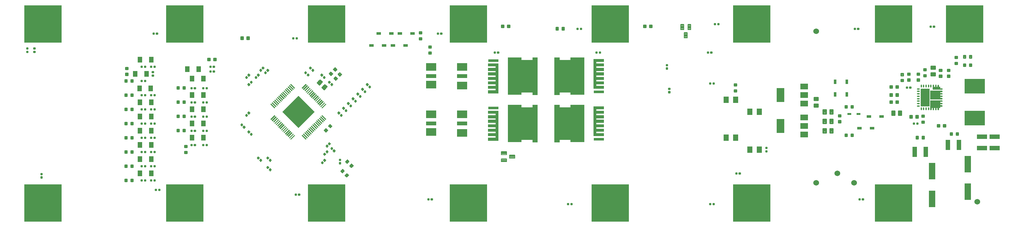
<source format=gbr>
G04 EAGLE Gerber RS-274X export*
G75*
%MOMM*%
%FSLAX34Y34*%
%LPD*%
%INSolderpaste Top*%
%IPPOS*%
%AMOC8*
5,1,8,0,0,1.08239X$1,22.5*%
G01*
%ADD10C,0.360000*%
%ADD11R,1.150000X1.650000*%
%ADD12C,0.260000*%
%ADD13R,10.000000X10.000000*%
%ADD14R,1.550000X0.300000*%
%ADD15R,6.100000X6.100000*%
%ADD16R,1.400000X1.800000*%
%ADD17C,0.240000*%
%ADD18R,1.150000X0.800000*%
%ADD19C,0.460000*%
%ADD20C,0.350000*%
%ADD21R,2.360000X4.850000*%
%ADD22C,0.200000*%
%ADD23R,2.800000X0.800000*%
%ADD24R,2.700000X1.033000*%
%ADD25R,2.700000X2.066000*%
%ADD26R,1.050000X0.500000*%
%ADD27R,0.800000X1.150000*%
%ADD28R,5.500000X4.000000*%
%ADD29R,1.150000X2.700000*%
%ADD30R,2.000000X1.500000*%
%ADD31R,2.000000X3.800000*%
%ADD32R,2.700000X1.150000*%
%ADD33R,1.800000X4.400000*%
%ADD34C,1.524000*%

G36*
X1450804Y349549D02*
X1450804Y349549D01*
X1450804Y349550D01*
X1450804Y450550D01*
X1450801Y450554D01*
X1450800Y450554D01*
X1436800Y450554D01*
X1436796Y450551D01*
X1436796Y450550D01*
X1436796Y443554D01*
X1407804Y443554D01*
X1407804Y450050D01*
X1407801Y450054D01*
X1407800Y450054D01*
X1370800Y450054D01*
X1370796Y450051D01*
X1370796Y450050D01*
X1370796Y350050D01*
X1370799Y350046D01*
X1370800Y350046D01*
X1407800Y350046D01*
X1407804Y350049D01*
X1407804Y350050D01*
X1407804Y356546D01*
X1436796Y356546D01*
X1436796Y349550D01*
X1436799Y349546D01*
X1436800Y349546D01*
X1450800Y349546D01*
X1450804Y349549D01*
G37*
G36*
X1509604Y349549D02*
X1509604Y349549D01*
X1509604Y349550D01*
X1509604Y356546D01*
X1538596Y356546D01*
X1538596Y350050D01*
X1538599Y350046D01*
X1538600Y350046D01*
X1575600Y350046D01*
X1575604Y350049D01*
X1575604Y350050D01*
X1575604Y450050D01*
X1575601Y450054D01*
X1575600Y450054D01*
X1538600Y450054D01*
X1538596Y450051D01*
X1538596Y450050D01*
X1538596Y443554D01*
X1509604Y443554D01*
X1509604Y450550D01*
X1509601Y450554D01*
X1509600Y450554D01*
X1495600Y450554D01*
X1495596Y450551D01*
X1495596Y450550D01*
X1495596Y349550D01*
X1495599Y349546D01*
X1495600Y349546D01*
X1509600Y349546D01*
X1509604Y349549D01*
G37*
G36*
X1450804Y222549D02*
X1450804Y222549D01*
X1450804Y222550D01*
X1450804Y323550D01*
X1450801Y323554D01*
X1450800Y323554D01*
X1436800Y323554D01*
X1436796Y323551D01*
X1436796Y323550D01*
X1436796Y316554D01*
X1407804Y316554D01*
X1407804Y323050D01*
X1407801Y323054D01*
X1407800Y323054D01*
X1370800Y323054D01*
X1370796Y323051D01*
X1370796Y323050D01*
X1370796Y223050D01*
X1370799Y223046D01*
X1370800Y223046D01*
X1407800Y223046D01*
X1407804Y223049D01*
X1407804Y223050D01*
X1407804Y229546D01*
X1436796Y229546D01*
X1436796Y222550D01*
X1436799Y222546D01*
X1436800Y222546D01*
X1450800Y222546D01*
X1450804Y222549D01*
G37*
G36*
X1509604Y222549D02*
X1509604Y222549D01*
X1509604Y222550D01*
X1509604Y229546D01*
X1538596Y229546D01*
X1538596Y223050D01*
X1538599Y223046D01*
X1538600Y223046D01*
X1575600Y223046D01*
X1575604Y223049D01*
X1575604Y223050D01*
X1575604Y323050D01*
X1575601Y323054D01*
X1575600Y323054D01*
X1538600Y323054D01*
X1538596Y323051D01*
X1538596Y323050D01*
X1538596Y316554D01*
X1509604Y316554D01*
X1509604Y323550D01*
X1509601Y323554D01*
X1509600Y323554D01*
X1495600Y323554D01*
X1495596Y323551D01*
X1495596Y323550D01*
X1495596Y222550D01*
X1495599Y222546D01*
X1495600Y222546D01*
X1509600Y222546D01*
X1509604Y222549D01*
G37*
G36*
X1345804Y354049D02*
X1345804Y354049D01*
X1345804Y354050D01*
X1345804Y434050D01*
X1345801Y434054D01*
X1345800Y434054D01*
X1317800Y434054D01*
X1317796Y434051D01*
X1317796Y434050D01*
X1317796Y426050D01*
X1317799Y426046D01*
X1317800Y426046D01*
X1338196Y426046D01*
X1338196Y422054D01*
X1317800Y422054D01*
X1317796Y422051D01*
X1317796Y422050D01*
X1317796Y414050D01*
X1317799Y414046D01*
X1317800Y414046D01*
X1338196Y414046D01*
X1338196Y410054D01*
X1317800Y410054D01*
X1317796Y410051D01*
X1317796Y410050D01*
X1317796Y402050D01*
X1317799Y402046D01*
X1317800Y402046D01*
X1338196Y402046D01*
X1338196Y398054D01*
X1317800Y398054D01*
X1317796Y398051D01*
X1317796Y398050D01*
X1317796Y390050D01*
X1317799Y390046D01*
X1317800Y390046D01*
X1338196Y390046D01*
X1338196Y386054D01*
X1317800Y386054D01*
X1317796Y386051D01*
X1317796Y386050D01*
X1317796Y378050D01*
X1317799Y378046D01*
X1317800Y378046D01*
X1338196Y378046D01*
X1338196Y374054D01*
X1317800Y374054D01*
X1317796Y374051D01*
X1317796Y374050D01*
X1317796Y366050D01*
X1317799Y366046D01*
X1317800Y366046D01*
X1338196Y366046D01*
X1338196Y362054D01*
X1317800Y362054D01*
X1317796Y362051D01*
X1317796Y362050D01*
X1317796Y354050D01*
X1317799Y354046D01*
X1317800Y354046D01*
X1345800Y354046D01*
X1345804Y354049D01*
G37*
G36*
X1345804Y227049D02*
X1345804Y227049D01*
X1345804Y227050D01*
X1345804Y307050D01*
X1345801Y307054D01*
X1345800Y307054D01*
X1317800Y307054D01*
X1317796Y307051D01*
X1317796Y307050D01*
X1317796Y299050D01*
X1317799Y299046D01*
X1317800Y299046D01*
X1338196Y299046D01*
X1338196Y295054D01*
X1317800Y295054D01*
X1317796Y295051D01*
X1317796Y295050D01*
X1317796Y287050D01*
X1317799Y287046D01*
X1317800Y287046D01*
X1338196Y287046D01*
X1338196Y283054D01*
X1317800Y283054D01*
X1317796Y283051D01*
X1317796Y283050D01*
X1317796Y275050D01*
X1317799Y275046D01*
X1317800Y275046D01*
X1338196Y275046D01*
X1338196Y271054D01*
X1317800Y271054D01*
X1317796Y271051D01*
X1317796Y271050D01*
X1317796Y263050D01*
X1317799Y263046D01*
X1317800Y263046D01*
X1338196Y263046D01*
X1338196Y259054D01*
X1317800Y259054D01*
X1317796Y259051D01*
X1317796Y259050D01*
X1317796Y251050D01*
X1317799Y251046D01*
X1317800Y251046D01*
X1338196Y251046D01*
X1338196Y247054D01*
X1317800Y247054D01*
X1317796Y247051D01*
X1317796Y247050D01*
X1317796Y239050D01*
X1317799Y239046D01*
X1317800Y239046D01*
X1338196Y239046D01*
X1338196Y235054D01*
X1317800Y235054D01*
X1317796Y235051D01*
X1317796Y235050D01*
X1317796Y227050D01*
X1317799Y227046D01*
X1317800Y227046D01*
X1345800Y227046D01*
X1345804Y227049D01*
G37*
G36*
X1628604Y366049D02*
X1628604Y366049D01*
X1628604Y366050D01*
X1628604Y374050D01*
X1628601Y374054D01*
X1628600Y374054D01*
X1608204Y374054D01*
X1608204Y378046D01*
X1628600Y378046D01*
X1628604Y378049D01*
X1628604Y378050D01*
X1628604Y386050D01*
X1628601Y386054D01*
X1628600Y386054D01*
X1608204Y386054D01*
X1608204Y390046D01*
X1628600Y390046D01*
X1628604Y390049D01*
X1628604Y390050D01*
X1628604Y398050D01*
X1628601Y398054D01*
X1628600Y398054D01*
X1608204Y398054D01*
X1608204Y402046D01*
X1628600Y402046D01*
X1628604Y402049D01*
X1628604Y402050D01*
X1628604Y410050D01*
X1628601Y410054D01*
X1628600Y410054D01*
X1608204Y410054D01*
X1608204Y414046D01*
X1628600Y414046D01*
X1628604Y414049D01*
X1628604Y414050D01*
X1628604Y422050D01*
X1628601Y422054D01*
X1628600Y422054D01*
X1608204Y422054D01*
X1608204Y426046D01*
X1628600Y426046D01*
X1628604Y426049D01*
X1628604Y426050D01*
X1628604Y434050D01*
X1628601Y434054D01*
X1628600Y434054D01*
X1608204Y434054D01*
X1608204Y438046D01*
X1628600Y438046D01*
X1628604Y438049D01*
X1628604Y438050D01*
X1628604Y446050D01*
X1628601Y446054D01*
X1628600Y446054D01*
X1600600Y446054D01*
X1600596Y446051D01*
X1600596Y446050D01*
X1600596Y366050D01*
X1600599Y366046D01*
X1600600Y366046D01*
X1628600Y366046D01*
X1628604Y366049D01*
G37*
G36*
X1628604Y239049D02*
X1628604Y239049D01*
X1628604Y239050D01*
X1628604Y247050D01*
X1628601Y247054D01*
X1628600Y247054D01*
X1608204Y247054D01*
X1608204Y251046D01*
X1628600Y251046D01*
X1628604Y251049D01*
X1628604Y251050D01*
X1628604Y259050D01*
X1628601Y259054D01*
X1628600Y259054D01*
X1608204Y259054D01*
X1608204Y263046D01*
X1628600Y263046D01*
X1628604Y263049D01*
X1628604Y263050D01*
X1628604Y271050D01*
X1628601Y271054D01*
X1628600Y271054D01*
X1608204Y271054D01*
X1608204Y275046D01*
X1628600Y275046D01*
X1628604Y275049D01*
X1628604Y275050D01*
X1628604Y283050D01*
X1628601Y283054D01*
X1628600Y283054D01*
X1608204Y283054D01*
X1608204Y287046D01*
X1628600Y287046D01*
X1628604Y287049D01*
X1628604Y287050D01*
X1628604Y295050D01*
X1628601Y295054D01*
X1628600Y295054D01*
X1608204Y295054D01*
X1608204Y299046D01*
X1628600Y299046D01*
X1628604Y299049D01*
X1628604Y299050D01*
X1628604Y307050D01*
X1628601Y307054D01*
X1628600Y307054D01*
X1608204Y307054D01*
X1608204Y311046D01*
X1628600Y311046D01*
X1628604Y311049D01*
X1628604Y311050D01*
X1628604Y319050D01*
X1628601Y319054D01*
X1628600Y319054D01*
X1600600Y319054D01*
X1600596Y319051D01*
X1600596Y319050D01*
X1600596Y239050D01*
X1600599Y239046D01*
X1600600Y239046D01*
X1628600Y239046D01*
X1628604Y239049D01*
G37*
G36*
X2534480Y337901D02*
X2534480Y337901D01*
X2534481Y337901D01*
X2534974Y337972D01*
X2534975Y337972D01*
X2535428Y338179D01*
X2535428Y338180D01*
X2535429Y338180D01*
X2535805Y338506D01*
X2535805Y338507D01*
X2535806Y338507D01*
X2536075Y338926D01*
X2536075Y338927D01*
X2536076Y338927D01*
X2536216Y339405D01*
X2536216Y339406D01*
X2536216Y339904D01*
X2536216Y339905D01*
X2536076Y340383D01*
X2536075Y340384D01*
X2535806Y340803D01*
X2535805Y340804D01*
X2535429Y341130D01*
X2535428Y341130D01*
X2535428Y341131D01*
X2534975Y341338D01*
X2534974Y341338D01*
X2534481Y341409D01*
X2534480Y341409D01*
X2530404Y341409D01*
X2530404Y344401D01*
X2534480Y344401D01*
X2534481Y344401D01*
X2534974Y344472D01*
X2534975Y344472D01*
X2535428Y344679D01*
X2535428Y344680D01*
X2535429Y344680D01*
X2535805Y345006D01*
X2535805Y345007D01*
X2535806Y345007D01*
X2536075Y345426D01*
X2536075Y345427D01*
X2536076Y345427D01*
X2536216Y345905D01*
X2536216Y345906D01*
X2536216Y346404D01*
X2536216Y346405D01*
X2536076Y346883D01*
X2536075Y346884D01*
X2535806Y347303D01*
X2535805Y347304D01*
X2535429Y347630D01*
X2535428Y347630D01*
X2535428Y347631D01*
X2534975Y347838D01*
X2534974Y347838D01*
X2534481Y347909D01*
X2534480Y347909D01*
X2530404Y347909D01*
X2530404Y350901D01*
X2534480Y350901D01*
X2534481Y350901D01*
X2534974Y350972D01*
X2534975Y350972D01*
X2535428Y351179D01*
X2535428Y351180D01*
X2535429Y351180D01*
X2535805Y351506D01*
X2535805Y351507D01*
X2535806Y351507D01*
X2536075Y351926D01*
X2536075Y351927D01*
X2536076Y351927D01*
X2536216Y352405D01*
X2536216Y352406D01*
X2536216Y352904D01*
X2536216Y352905D01*
X2536076Y353383D01*
X2536075Y353384D01*
X2535806Y353803D01*
X2535805Y353804D01*
X2535429Y354130D01*
X2535428Y354130D01*
X2535428Y354131D01*
X2534975Y354338D01*
X2534974Y354338D01*
X2534481Y354409D01*
X2534480Y354409D01*
X2530404Y354409D01*
X2530404Y357401D01*
X2534480Y357401D01*
X2534481Y357401D01*
X2534974Y357472D01*
X2534975Y357472D01*
X2535428Y357679D01*
X2535428Y357680D01*
X2535429Y357680D01*
X2535805Y358006D01*
X2535805Y358007D01*
X2535806Y358007D01*
X2536075Y358426D01*
X2536075Y358427D01*
X2536076Y358427D01*
X2536216Y358905D01*
X2536216Y358906D01*
X2536216Y359404D01*
X2536216Y359405D01*
X2536076Y359883D01*
X2536075Y359884D01*
X2535806Y360303D01*
X2535805Y360304D01*
X2535429Y360630D01*
X2535428Y360630D01*
X2535428Y360631D01*
X2534975Y360838D01*
X2534974Y360838D01*
X2534481Y360909D01*
X2534480Y360909D01*
X2503400Y360909D01*
X2503396Y360906D01*
X2503396Y360905D01*
X2503396Y337905D01*
X2503399Y337901D01*
X2503400Y337901D01*
X2534480Y337901D01*
X2534480Y337901D01*
G37*
G36*
X2505400Y308589D02*
X2505400Y308589D01*
X2505878Y308729D01*
X2505879Y308730D01*
X2506298Y308999D01*
X2506299Y309000D01*
X2506625Y309376D01*
X2506625Y309377D01*
X2506626Y309377D01*
X2506833Y309830D01*
X2506833Y309831D01*
X2506833Y309833D01*
X2506834Y309833D01*
X2506837Y309854D01*
X2506838Y309862D01*
X2506841Y309883D01*
X2506844Y309904D01*
X2506847Y309925D01*
X2506850Y309946D01*
X2506850Y309947D01*
X2506853Y309968D01*
X2506854Y309976D01*
X2506857Y309997D01*
X2506860Y310018D01*
X2506863Y310039D01*
X2506866Y310060D01*
X2506869Y310081D01*
X2506869Y310082D01*
X2506872Y310103D01*
X2506874Y310111D01*
X2506877Y310132D01*
X2506880Y310153D01*
X2506883Y310174D01*
X2506886Y310195D01*
X2506889Y310216D01*
X2506889Y310217D01*
X2506890Y310225D01*
X2506893Y310246D01*
X2506896Y310267D01*
X2506899Y310288D01*
X2506902Y310309D01*
X2506904Y310324D01*
X2506904Y310325D01*
X2506904Y314401D01*
X2509896Y314401D01*
X2509896Y310325D01*
X2509896Y310324D01*
X2509967Y309831D01*
X2509967Y309830D01*
X2510174Y309377D01*
X2510175Y309377D01*
X2510175Y309376D01*
X2510501Y309000D01*
X2510502Y309000D01*
X2510502Y308999D01*
X2510921Y308730D01*
X2510922Y308730D01*
X2510922Y308729D01*
X2511400Y308589D01*
X2511401Y308589D01*
X2511899Y308589D01*
X2511900Y308589D01*
X2512378Y308729D01*
X2512379Y308730D01*
X2512798Y308999D01*
X2512799Y309000D01*
X2513125Y309376D01*
X2513125Y309377D01*
X2513126Y309377D01*
X2513333Y309830D01*
X2513333Y309831D01*
X2513333Y309833D01*
X2513334Y309833D01*
X2513337Y309854D01*
X2513338Y309862D01*
X2513341Y309883D01*
X2513344Y309904D01*
X2513347Y309925D01*
X2513350Y309946D01*
X2513350Y309947D01*
X2513353Y309968D01*
X2513354Y309976D01*
X2513357Y309997D01*
X2513360Y310018D01*
X2513363Y310039D01*
X2513366Y310060D01*
X2513369Y310081D01*
X2513369Y310082D01*
X2513372Y310103D01*
X2513374Y310111D01*
X2513377Y310132D01*
X2513380Y310153D01*
X2513383Y310174D01*
X2513386Y310195D01*
X2513389Y310216D01*
X2513389Y310217D01*
X2513390Y310225D01*
X2513393Y310246D01*
X2513396Y310267D01*
X2513399Y310288D01*
X2513402Y310309D01*
X2513404Y310324D01*
X2513404Y310325D01*
X2513404Y314401D01*
X2516396Y314401D01*
X2516396Y310325D01*
X2516396Y310324D01*
X2516467Y309831D01*
X2516467Y309830D01*
X2516674Y309377D01*
X2516675Y309377D01*
X2516675Y309376D01*
X2517001Y309000D01*
X2517002Y309000D01*
X2517002Y308999D01*
X2517421Y308730D01*
X2517422Y308730D01*
X2517422Y308729D01*
X2517900Y308589D01*
X2517901Y308589D01*
X2518399Y308589D01*
X2518400Y308589D01*
X2518878Y308729D01*
X2518879Y308730D01*
X2519298Y308999D01*
X2519299Y309000D01*
X2519625Y309376D01*
X2519625Y309377D01*
X2519626Y309377D01*
X2519833Y309830D01*
X2519833Y309831D01*
X2519833Y309833D01*
X2519834Y309833D01*
X2519837Y309854D01*
X2519838Y309862D01*
X2519841Y309883D01*
X2519844Y309904D01*
X2519847Y309925D01*
X2519850Y309946D01*
X2519850Y309947D01*
X2519853Y309968D01*
X2519854Y309976D01*
X2519857Y309997D01*
X2519860Y310018D01*
X2519863Y310039D01*
X2519866Y310060D01*
X2519869Y310081D01*
X2519869Y310082D01*
X2519872Y310103D01*
X2519874Y310111D01*
X2519877Y310132D01*
X2519880Y310153D01*
X2519883Y310174D01*
X2519886Y310195D01*
X2519889Y310216D01*
X2519889Y310217D01*
X2519890Y310225D01*
X2519893Y310246D01*
X2519896Y310267D01*
X2519899Y310288D01*
X2519902Y310309D01*
X2519904Y310324D01*
X2519904Y310325D01*
X2519904Y314401D01*
X2522896Y314401D01*
X2522896Y310325D01*
X2522896Y310324D01*
X2522967Y309831D01*
X2522967Y309830D01*
X2523174Y309377D01*
X2523175Y309377D01*
X2523175Y309376D01*
X2523501Y309000D01*
X2523502Y309000D01*
X2523502Y308999D01*
X2523921Y308730D01*
X2523922Y308730D01*
X2523922Y308729D01*
X2524400Y308589D01*
X2524401Y308589D01*
X2524899Y308589D01*
X2524900Y308589D01*
X2525378Y308729D01*
X2525379Y308730D01*
X2525798Y308999D01*
X2525799Y309000D01*
X2526125Y309376D01*
X2526125Y309377D01*
X2526126Y309377D01*
X2526333Y309830D01*
X2526333Y309831D01*
X2526333Y309833D01*
X2526334Y309833D01*
X2526337Y309854D01*
X2526338Y309862D01*
X2526341Y309883D01*
X2526344Y309904D01*
X2526347Y309925D01*
X2526350Y309946D01*
X2526350Y309947D01*
X2526353Y309968D01*
X2526354Y309976D01*
X2526357Y309997D01*
X2526360Y310018D01*
X2526363Y310039D01*
X2526366Y310060D01*
X2526369Y310081D01*
X2526369Y310082D01*
X2526372Y310103D01*
X2526374Y310111D01*
X2526377Y310132D01*
X2526380Y310153D01*
X2526383Y310174D01*
X2526386Y310195D01*
X2526389Y310216D01*
X2526389Y310217D01*
X2526390Y310225D01*
X2526393Y310246D01*
X2526396Y310267D01*
X2526399Y310288D01*
X2526402Y310309D01*
X2526404Y310324D01*
X2526404Y310325D01*
X2526404Y314401D01*
X2530400Y314401D01*
X2530404Y314404D01*
X2530404Y314405D01*
X2530404Y318401D01*
X2534480Y318401D01*
X2534481Y318401D01*
X2534974Y318472D01*
X2534975Y318472D01*
X2535428Y318679D01*
X2535428Y318680D01*
X2535429Y318680D01*
X2535805Y319006D01*
X2535805Y319007D01*
X2535806Y319007D01*
X2536075Y319426D01*
X2536075Y319427D01*
X2536076Y319427D01*
X2536216Y319905D01*
X2536216Y319906D01*
X2536216Y320404D01*
X2536216Y320405D01*
X2536076Y320883D01*
X2536075Y320884D01*
X2535806Y321303D01*
X2535805Y321304D01*
X2535429Y321630D01*
X2535428Y321630D01*
X2535428Y321631D01*
X2534975Y321838D01*
X2534974Y321838D01*
X2534481Y321909D01*
X2534480Y321909D01*
X2530404Y321909D01*
X2530404Y324901D01*
X2534480Y324901D01*
X2534481Y324901D01*
X2534974Y324972D01*
X2534975Y324972D01*
X2535428Y325179D01*
X2535428Y325180D01*
X2535429Y325180D01*
X2535805Y325506D01*
X2535805Y325507D01*
X2535806Y325507D01*
X2536075Y325926D01*
X2536075Y325927D01*
X2536076Y325927D01*
X2536216Y326405D01*
X2536216Y326406D01*
X2536216Y326904D01*
X2536216Y326905D01*
X2536076Y327383D01*
X2536075Y327384D01*
X2535806Y327803D01*
X2535805Y327804D01*
X2535429Y328130D01*
X2535428Y328130D01*
X2535428Y328131D01*
X2534975Y328338D01*
X2534974Y328338D01*
X2534481Y328409D01*
X2534480Y328409D01*
X2530404Y328409D01*
X2530404Y331401D01*
X2534480Y331401D01*
X2534481Y331401D01*
X2534974Y331472D01*
X2534975Y331472D01*
X2535428Y331679D01*
X2535428Y331680D01*
X2535429Y331680D01*
X2535805Y332006D01*
X2535805Y332007D01*
X2535806Y332007D01*
X2536075Y332426D01*
X2536075Y332427D01*
X2536076Y332427D01*
X2536216Y332905D01*
X2536216Y332906D01*
X2536216Y333404D01*
X2536216Y333405D01*
X2536076Y333883D01*
X2536075Y333884D01*
X2535806Y334303D01*
X2535805Y334304D01*
X2535429Y334630D01*
X2535428Y334630D01*
X2535428Y334631D01*
X2534975Y334838D01*
X2534974Y334838D01*
X2534481Y334909D01*
X2534480Y334909D01*
X2503400Y334909D01*
X2503396Y334906D01*
X2503396Y334905D01*
X2503396Y310325D01*
X2503396Y310324D01*
X2503467Y309831D01*
X2503467Y309830D01*
X2503674Y309377D01*
X2503675Y309377D01*
X2503675Y309376D01*
X2504001Y309000D01*
X2504002Y309000D01*
X2504002Y308999D01*
X2504421Y308730D01*
X2504422Y308730D01*
X2504422Y308729D01*
X2504900Y308589D01*
X2504901Y308589D01*
X2505399Y308589D01*
X2505400Y308589D01*
G37*
G36*
X2534480Y363901D02*
X2534480Y363901D01*
X2534481Y363901D01*
X2534974Y363972D01*
X2534975Y363972D01*
X2535428Y364179D01*
X2535428Y364180D01*
X2535429Y364180D01*
X2535805Y364506D01*
X2535805Y364507D01*
X2535806Y364507D01*
X2536075Y364926D01*
X2536075Y364927D01*
X2536076Y364927D01*
X2536216Y365405D01*
X2536216Y365406D01*
X2536216Y365904D01*
X2536216Y365905D01*
X2536076Y366383D01*
X2536075Y366384D01*
X2535806Y366803D01*
X2535805Y366804D01*
X2535429Y367130D01*
X2535428Y367130D01*
X2535428Y367131D01*
X2534975Y367338D01*
X2534974Y367338D01*
X2534481Y367409D01*
X2534480Y367409D01*
X2530404Y367409D01*
X2530404Y371405D01*
X2530401Y371409D01*
X2530400Y371409D01*
X2526404Y371409D01*
X2526404Y375485D01*
X2526404Y375486D01*
X2526333Y375979D01*
X2526333Y375980D01*
X2526126Y376433D01*
X2526125Y376433D01*
X2526125Y376434D01*
X2525799Y376810D01*
X2525798Y376810D01*
X2525798Y376811D01*
X2525379Y377080D01*
X2525378Y377080D01*
X2525378Y377081D01*
X2524900Y377221D01*
X2524899Y377221D01*
X2524401Y377221D01*
X2524400Y377221D01*
X2523922Y377081D01*
X2523921Y377080D01*
X2523502Y376811D01*
X2523502Y376810D01*
X2523501Y376810D01*
X2523175Y376434D01*
X2523175Y376433D01*
X2523174Y376433D01*
X2522967Y375980D01*
X2522967Y375979D01*
X2522964Y375963D01*
X2522961Y375942D01*
X2522958Y375921D01*
X2522958Y375920D01*
X2522955Y375899D01*
X2522952Y375878D01*
X2522949Y375857D01*
X2522948Y375849D01*
X2522945Y375828D01*
X2522942Y375807D01*
X2522939Y375786D01*
X2522939Y375785D01*
X2522936Y375764D01*
X2522933Y375743D01*
X2522930Y375722D01*
X2522929Y375714D01*
X2522926Y375693D01*
X2522923Y375672D01*
X2522920Y375651D01*
X2522920Y375650D01*
X2522917Y375629D01*
X2522916Y375629D01*
X2522913Y375608D01*
X2522912Y375600D01*
X2522909Y375579D01*
X2522906Y375558D01*
X2522903Y375537D01*
X2522900Y375516D01*
X2522900Y375515D01*
X2522897Y375494D01*
X2522896Y375486D01*
X2522896Y375485D01*
X2522896Y371409D01*
X2519904Y371409D01*
X2519904Y375485D01*
X2519904Y375486D01*
X2519833Y375979D01*
X2519833Y375980D01*
X2519626Y376433D01*
X2519625Y376433D01*
X2519625Y376434D01*
X2519299Y376810D01*
X2519298Y376810D01*
X2519298Y376811D01*
X2518879Y377080D01*
X2518878Y377080D01*
X2518878Y377081D01*
X2518400Y377221D01*
X2518399Y377221D01*
X2517901Y377221D01*
X2517900Y377221D01*
X2517422Y377081D01*
X2517421Y377080D01*
X2517002Y376811D01*
X2517002Y376810D01*
X2517001Y376810D01*
X2516675Y376434D01*
X2516675Y376433D01*
X2516674Y376433D01*
X2516467Y375980D01*
X2516467Y375979D01*
X2516464Y375963D01*
X2516461Y375942D01*
X2516458Y375921D01*
X2516458Y375920D01*
X2516455Y375899D01*
X2516452Y375878D01*
X2516449Y375857D01*
X2516448Y375849D01*
X2516445Y375828D01*
X2516442Y375807D01*
X2516439Y375786D01*
X2516439Y375785D01*
X2516436Y375764D01*
X2516433Y375743D01*
X2516430Y375722D01*
X2516429Y375714D01*
X2516426Y375693D01*
X2516423Y375672D01*
X2516420Y375651D01*
X2516420Y375650D01*
X2516417Y375629D01*
X2516416Y375629D01*
X2516413Y375608D01*
X2516412Y375600D01*
X2516409Y375579D01*
X2516406Y375558D01*
X2516403Y375537D01*
X2516400Y375516D01*
X2516400Y375515D01*
X2516397Y375494D01*
X2516396Y375486D01*
X2516396Y375485D01*
X2516396Y371409D01*
X2513404Y371409D01*
X2513404Y375485D01*
X2513404Y375486D01*
X2513333Y375979D01*
X2513333Y375980D01*
X2513126Y376433D01*
X2513125Y376433D01*
X2513125Y376434D01*
X2512799Y376810D01*
X2512798Y376810D01*
X2512798Y376811D01*
X2512379Y377080D01*
X2512378Y377080D01*
X2512378Y377081D01*
X2511900Y377221D01*
X2511899Y377221D01*
X2511401Y377221D01*
X2511400Y377221D01*
X2510922Y377081D01*
X2510921Y377080D01*
X2510502Y376811D01*
X2510502Y376810D01*
X2510501Y376810D01*
X2510175Y376434D01*
X2510175Y376433D01*
X2510174Y376433D01*
X2509967Y375980D01*
X2509967Y375979D01*
X2509964Y375963D01*
X2509961Y375942D01*
X2509958Y375921D01*
X2509958Y375920D01*
X2509955Y375899D01*
X2509952Y375878D01*
X2509949Y375857D01*
X2509948Y375849D01*
X2509945Y375828D01*
X2509942Y375807D01*
X2509939Y375786D01*
X2509939Y375785D01*
X2509936Y375764D01*
X2509933Y375743D01*
X2509930Y375722D01*
X2509929Y375714D01*
X2509926Y375693D01*
X2509923Y375672D01*
X2509920Y375651D01*
X2509920Y375650D01*
X2509917Y375629D01*
X2509916Y375629D01*
X2509913Y375608D01*
X2509912Y375600D01*
X2509909Y375579D01*
X2509906Y375558D01*
X2509903Y375537D01*
X2509900Y375516D01*
X2509900Y375515D01*
X2509897Y375494D01*
X2509896Y375486D01*
X2509896Y375485D01*
X2509896Y363905D01*
X2509899Y363901D01*
X2509900Y363901D01*
X2534480Y363901D01*
X2534480Y363901D01*
G37*
D10*
X500620Y365340D02*
X500620Y371240D01*
X506020Y371240D01*
X506020Y365340D01*
X500620Y365340D01*
X500620Y368760D02*
X506020Y368760D01*
X484620Y371240D02*
X484620Y365340D01*
X484620Y371240D02*
X490020Y371240D01*
X490020Y365340D01*
X484620Y365340D01*
X484620Y368760D02*
X490020Y368760D01*
X500600Y295050D02*
X500600Y289150D01*
X500600Y295050D02*
X506000Y295050D01*
X506000Y289150D01*
X500600Y289150D01*
X500600Y292570D02*
X506000Y292570D01*
X484600Y295050D02*
X484600Y289150D01*
X484600Y295050D02*
X490000Y295050D01*
X490000Y289150D01*
X484600Y289150D01*
X484600Y292570D02*
X490000Y292570D01*
X505050Y208500D02*
X510950Y208500D01*
X505050Y208500D02*
X505050Y213900D01*
X510950Y213900D01*
X510950Y208500D01*
X510950Y211920D02*
X505050Y211920D01*
X505050Y192500D02*
X510950Y192500D01*
X505050Y192500D02*
X505050Y197900D01*
X510950Y197900D01*
X510950Y192500D01*
X510950Y195920D02*
X505050Y195920D01*
D11*
X554770Y393670D03*
X524770Y393670D03*
X554750Y311150D03*
X524750Y311150D03*
X554750Y234950D03*
X524750Y234950D03*
X415040Y444550D03*
X385040Y444550D03*
X542070Y419130D03*
X512070Y419130D03*
X554660Y349100D03*
X524660Y349100D03*
X554750Y273050D03*
X524750Y273050D03*
D10*
X500600Y327250D02*
X500600Y333150D01*
X506000Y333150D01*
X506000Y327250D01*
X500600Y327250D01*
X500600Y330670D02*
X506000Y330670D01*
X484600Y333150D02*
X484600Y327250D01*
X484600Y333150D02*
X490000Y333150D01*
X490000Y327250D01*
X484600Y327250D01*
X484600Y330670D02*
X490000Y330670D01*
D12*
X724325Y415932D02*
X727082Y413175D01*
X724325Y415932D02*
X727082Y418689D01*
X729839Y415932D01*
X727082Y413175D01*
X729552Y415645D02*
X724612Y415645D01*
X726508Y418115D02*
X727656Y418115D01*
X717961Y409568D02*
X720718Y406811D01*
X717961Y409568D02*
X720718Y412325D01*
X723475Y409568D01*
X720718Y406811D01*
X723188Y409281D02*
X718248Y409281D01*
X720144Y411751D02*
X721292Y411751D01*
X714382Y419525D02*
X711625Y422282D01*
X714382Y425039D01*
X717139Y422282D01*
X714382Y419525D01*
X716852Y421995D02*
X711912Y421995D01*
X713808Y424465D02*
X714956Y424465D01*
X705261Y415918D02*
X708018Y413161D01*
X705261Y415918D02*
X708018Y418675D01*
X710775Y415918D01*
X708018Y413161D01*
X710488Y415631D02*
X705548Y415631D01*
X707444Y418101D02*
X708592Y418101D01*
X698925Y403232D02*
X701682Y400475D01*
X698925Y403232D02*
X701682Y405989D01*
X704439Y403232D01*
X701682Y400475D01*
X704152Y402945D02*
X699212Y402945D01*
X701108Y405415D02*
X702256Y405415D01*
X692561Y396868D02*
X695318Y394111D01*
X692561Y396868D02*
X695318Y399625D01*
X698075Y396868D01*
X695318Y394111D01*
X697788Y396581D02*
X692848Y396581D01*
X694744Y399051D02*
X695892Y399051D01*
X676282Y400475D02*
X673525Y403232D01*
X676282Y405989D01*
X679039Y403232D01*
X676282Y400475D01*
X678752Y402945D02*
X673812Y402945D01*
X675708Y405415D02*
X676856Y405415D01*
X667161Y396868D02*
X669918Y394111D01*
X667161Y396868D02*
X669918Y399625D01*
X672675Y396868D01*
X669918Y394111D01*
X672388Y396581D02*
X667448Y396581D01*
X669344Y399051D02*
X670492Y399051D01*
X679875Y384182D02*
X682632Y381425D01*
X679875Y384182D02*
X682632Y386939D01*
X685389Y384182D01*
X682632Y381425D01*
X685102Y383895D02*
X680162Y383895D01*
X682058Y386365D02*
X683206Y386365D01*
X673511Y377818D02*
X676268Y375061D01*
X673511Y377818D02*
X676268Y380575D01*
X679025Y377818D01*
X676268Y375061D01*
X678738Y377531D02*
X673798Y377531D01*
X675694Y380001D02*
X676842Y380001D01*
X673525Y301632D02*
X676282Y298875D01*
X673525Y301632D02*
X676282Y304389D01*
X679039Y301632D01*
X676282Y298875D01*
X678752Y301345D02*
X673812Y301345D01*
X675708Y303815D02*
X676856Y303815D01*
X667161Y295268D02*
X669918Y292511D01*
X667161Y295268D02*
X669918Y298025D01*
X672675Y295268D01*
X669918Y292511D01*
X672388Y294981D02*
X667448Y294981D01*
X669344Y297451D02*
X670492Y297451D01*
X659975Y269882D02*
X657218Y267125D01*
X654461Y269882D01*
X657218Y272639D01*
X659975Y269882D01*
X659688Y269595D02*
X654748Y269595D01*
X656644Y272065D02*
X657792Y272065D01*
X666339Y263518D02*
X663582Y260761D01*
X660825Y263518D01*
X663582Y266275D01*
X666339Y263518D01*
X666052Y263231D02*
X661112Y263231D01*
X663008Y265701D02*
X664156Y265701D01*
D10*
X352180Y418050D02*
X346280Y418050D01*
X346280Y423450D01*
X352180Y423450D01*
X352180Y418050D01*
X352180Y421470D02*
X346280Y421470D01*
X346280Y402050D02*
X352180Y402050D01*
X346280Y402050D02*
X346280Y407450D01*
X352180Y407450D01*
X352180Y402050D01*
X352180Y405470D02*
X346280Y405470D01*
D12*
X844975Y415918D02*
X847732Y418675D01*
X850489Y415918D01*
X847732Y413161D01*
X844975Y415918D01*
X845262Y415631D02*
X850202Y415631D01*
X848306Y418101D02*
X847158Y418101D01*
X841368Y425039D02*
X838611Y422282D01*
X841368Y425039D02*
X844125Y422282D01*
X841368Y419525D01*
X838611Y422282D01*
X838898Y421995D02*
X843838Y421995D01*
X841942Y424465D02*
X840794Y424465D01*
D10*
X883177Y258668D02*
X887348Y254497D01*
X883529Y250678D01*
X879358Y254849D01*
X883177Y258668D01*
X880109Y254098D02*
X886949Y254098D01*
X884327Y257518D02*
X882027Y257518D01*
X894491Y269982D02*
X898662Y265811D01*
X894843Y261992D01*
X890672Y266163D01*
X894491Y269982D01*
X891423Y265412D02*
X898263Y265412D01*
X895641Y268832D02*
X893341Y268832D01*
X583160Y441540D02*
X583160Y447440D01*
X588560Y447440D01*
X588560Y441540D01*
X583160Y441540D01*
X583160Y444960D02*
X588560Y444960D01*
X567160Y447440D02*
X567160Y441540D01*
X567160Y447440D02*
X572560Y447440D01*
X572560Y441540D01*
X567160Y441540D01*
X567160Y444960D02*
X572560Y444960D01*
X500600Y256950D02*
X500600Y251050D01*
X500600Y256950D02*
X506000Y256950D01*
X506000Y251050D01*
X500600Y251050D01*
X500600Y254470D02*
X506000Y254470D01*
X484600Y256950D02*
X484600Y251050D01*
X484600Y256950D02*
X490000Y256950D01*
X490000Y251050D01*
X484600Y251050D01*
X484600Y254470D02*
X490000Y254470D01*
D13*
X2025000Y540000D03*
X2025000Y60000D03*
X2405000Y540000D03*
X2405000Y60000D03*
X2595000Y540000D03*
X1645000Y540000D03*
X1645000Y60000D03*
D14*
G36*
X798554Y366708D02*
X787595Y377667D01*
X789716Y379788D01*
X800675Y368829D01*
X798554Y366708D01*
G37*
G36*
X795019Y363172D02*
X784060Y374131D01*
X786181Y376252D01*
X797140Y365293D01*
X795019Y363172D01*
G37*
G36*
X791483Y359637D02*
X780524Y370596D01*
X782645Y372717D01*
X793604Y361758D01*
X791483Y359637D01*
G37*
G36*
X787947Y356101D02*
X776988Y367060D01*
X779109Y369181D01*
X790068Y358222D01*
X787947Y356101D01*
G37*
G36*
X784412Y352566D02*
X773453Y363525D01*
X775574Y365646D01*
X786533Y354687D01*
X784412Y352566D01*
G37*
G36*
X780876Y349030D02*
X769917Y359989D01*
X772038Y362110D01*
X782997Y351151D01*
X780876Y349030D01*
G37*
G36*
X777341Y345495D02*
X766382Y356454D01*
X768503Y358575D01*
X779462Y347616D01*
X777341Y345495D01*
G37*
G36*
X773805Y341959D02*
X762846Y352918D01*
X764967Y355039D01*
X775926Y344080D01*
X773805Y341959D01*
G37*
G36*
X770270Y338424D02*
X759311Y349383D01*
X761432Y351504D01*
X772391Y340545D01*
X770270Y338424D01*
G37*
G36*
X766734Y334888D02*
X755775Y345847D01*
X757896Y347968D01*
X768855Y337009D01*
X766734Y334888D01*
G37*
G36*
X763199Y331353D02*
X752240Y342312D01*
X754361Y344433D01*
X765320Y333474D01*
X763199Y331353D01*
G37*
G36*
X759663Y327817D02*
X748704Y338776D01*
X750825Y340897D01*
X761784Y329938D01*
X759663Y327817D01*
G37*
G36*
X756128Y324282D02*
X745169Y335241D01*
X747290Y337362D01*
X758249Y326403D01*
X756128Y324282D01*
G37*
G36*
X752592Y320746D02*
X741633Y331705D01*
X743754Y333826D01*
X754713Y322867D01*
X752592Y320746D01*
G37*
G36*
X749057Y317210D02*
X738098Y328169D01*
X740219Y330290D01*
X751178Y319331D01*
X749057Y317210D01*
G37*
G36*
X745521Y313675D02*
X734562Y324634D01*
X736683Y326755D01*
X747642Y315796D01*
X745521Y313675D01*
G37*
G36*
X747642Y293804D02*
X736683Y282845D01*
X734562Y284966D01*
X745521Y295925D01*
X747642Y293804D01*
G37*
G36*
X751178Y290269D02*
X740219Y279310D01*
X738098Y281431D01*
X749057Y292390D01*
X751178Y290269D01*
G37*
G36*
X754713Y286733D02*
X743754Y275774D01*
X741633Y277895D01*
X752592Y288854D01*
X754713Y286733D01*
G37*
G36*
X758249Y283197D02*
X747290Y272238D01*
X745169Y274359D01*
X756128Y285318D01*
X758249Y283197D01*
G37*
G36*
X761784Y279662D02*
X750825Y268703D01*
X748704Y270824D01*
X759663Y281783D01*
X761784Y279662D01*
G37*
G36*
X765320Y276126D02*
X754361Y265167D01*
X752240Y267288D01*
X763199Y278247D01*
X765320Y276126D01*
G37*
G36*
X768855Y272591D02*
X757896Y261632D01*
X755775Y263753D01*
X766734Y274712D01*
X768855Y272591D01*
G37*
G36*
X772391Y269055D02*
X761432Y258096D01*
X759311Y260217D01*
X770270Y271176D01*
X772391Y269055D01*
G37*
G36*
X775926Y265520D02*
X764967Y254561D01*
X762846Y256682D01*
X773805Y267641D01*
X775926Y265520D01*
G37*
G36*
X779462Y261984D02*
X768503Y251025D01*
X766382Y253146D01*
X777341Y264105D01*
X779462Y261984D01*
G37*
G36*
X782997Y258449D02*
X772038Y247490D01*
X769917Y249611D01*
X780876Y260570D01*
X782997Y258449D01*
G37*
G36*
X786533Y254913D02*
X775574Y243954D01*
X773453Y246075D01*
X784412Y257034D01*
X786533Y254913D01*
G37*
G36*
X790068Y251378D02*
X779109Y240419D01*
X776988Y242540D01*
X787947Y253499D01*
X790068Y251378D01*
G37*
G36*
X793604Y247842D02*
X782645Y236883D01*
X780524Y239004D01*
X791483Y249963D01*
X793604Y247842D01*
G37*
G36*
X797140Y244307D02*
X786181Y233348D01*
X784060Y235469D01*
X795019Y246428D01*
X797140Y244307D01*
G37*
G36*
X800675Y240771D02*
X789716Y229812D01*
X787595Y231933D01*
X798554Y242892D01*
X800675Y240771D01*
G37*
G36*
X820546Y242892D02*
X831505Y231933D01*
X829384Y229812D01*
X818425Y240771D01*
X820546Y242892D01*
G37*
G36*
X824081Y246428D02*
X835040Y235469D01*
X832919Y233348D01*
X821960Y244307D01*
X824081Y246428D01*
G37*
G36*
X827617Y249963D02*
X838576Y239004D01*
X836455Y236883D01*
X825496Y247842D01*
X827617Y249963D01*
G37*
G36*
X831153Y253499D02*
X842112Y242540D01*
X839991Y240419D01*
X829032Y251378D01*
X831153Y253499D01*
G37*
G36*
X834688Y257034D02*
X845647Y246075D01*
X843526Y243954D01*
X832567Y254913D01*
X834688Y257034D01*
G37*
G36*
X838224Y260570D02*
X849183Y249611D01*
X847062Y247490D01*
X836103Y258449D01*
X838224Y260570D01*
G37*
G36*
X841759Y264105D02*
X852718Y253146D01*
X850597Y251025D01*
X839638Y261984D01*
X841759Y264105D01*
G37*
G36*
X845295Y267641D02*
X856254Y256682D01*
X854133Y254561D01*
X843174Y265520D01*
X845295Y267641D01*
G37*
G36*
X848830Y271176D02*
X859789Y260217D01*
X857668Y258096D01*
X846709Y269055D01*
X848830Y271176D01*
G37*
G36*
X852366Y274712D02*
X863325Y263753D01*
X861204Y261632D01*
X850245Y272591D01*
X852366Y274712D01*
G37*
G36*
X855901Y278247D02*
X866860Y267288D01*
X864739Y265167D01*
X853780Y276126D01*
X855901Y278247D01*
G37*
G36*
X859437Y281783D02*
X870396Y270824D01*
X868275Y268703D01*
X857316Y279662D01*
X859437Y281783D01*
G37*
G36*
X862972Y285318D02*
X873931Y274359D01*
X871810Y272238D01*
X860851Y283197D01*
X862972Y285318D01*
G37*
G36*
X866508Y288854D02*
X877467Y277895D01*
X875346Y275774D01*
X864387Y286733D01*
X866508Y288854D01*
G37*
G36*
X870043Y292390D02*
X881002Y281431D01*
X878881Y279310D01*
X867922Y290269D01*
X870043Y292390D01*
G37*
G36*
X873579Y295925D02*
X884538Y284966D01*
X882417Y282845D01*
X871458Y293804D01*
X873579Y295925D01*
G37*
G36*
X871458Y315796D02*
X882417Y326755D01*
X884538Y324634D01*
X873579Y313675D01*
X871458Y315796D01*
G37*
G36*
X867922Y319331D02*
X878881Y330290D01*
X881002Y328169D01*
X870043Y317210D01*
X867922Y319331D01*
G37*
G36*
X864387Y322867D02*
X875346Y333826D01*
X877467Y331705D01*
X866508Y320746D01*
X864387Y322867D01*
G37*
G36*
X860851Y326403D02*
X871810Y337362D01*
X873931Y335241D01*
X862972Y324282D01*
X860851Y326403D01*
G37*
G36*
X857316Y329938D02*
X868275Y340897D01*
X870396Y338776D01*
X859437Y327817D01*
X857316Y329938D01*
G37*
G36*
X853780Y333474D02*
X864739Y344433D01*
X866860Y342312D01*
X855901Y331353D01*
X853780Y333474D01*
G37*
G36*
X850478Y337242D02*
X861437Y348201D01*
X863558Y346080D01*
X852599Y335121D01*
X850478Y337242D01*
G37*
G36*
X846709Y340545D02*
X857668Y351504D01*
X859789Y349383D01*
X848830Y338424D01*
X846709Y340545D01*
G37*
G36*
X843174Y344080D02*
X854133Y355039D01*
X856254Y352918D01*
X845295Y341959D01*
X843174Y344080D01*
G37*
G36*
X839638Y347616D02*
X850597Y358575D01*
X852718Y356454D01*
X841759Y345495D01*
X839638Y347616D01*
G37*
G36*
X836103Y351151D02*
X847062Y362110D01*
X849183Y359989D01*
X838224Y349030D01*
X836103Y351151D01*
G37*
G36*
X832567Y354687D02*
X843526Y365646D01*
X845647Y363525D01*
X834688Y352566D01*
X832567Y354687D01*
G37*
G36*
X829032Y358222D02*
X839991Y369181D01*
X842112Y367060D01*
X831153Y356101D01*
X829032Y358222D01*
G37*
G36*
X825496Y361758D02*
X836455Y372717D01*
X838576Y370596D01*
X827617Y359637D01*
X825496Y361758D01*
G37*
G36*
X821960Y365293D02*
X832919Y376252D01*
X835040Y374131D01*
X824081Y363172D01*
X821960Y365293D01*
G37*
G36*
X818425Y368829D02*
X829384Y379788D01*
X831505Y377667D01*
X820546Y366708D01*
X818425Y368829D01*
G37*
D15*
G36*
X809550Y261667D02*
X766417Y304800D01*
X809550Y347933D01*
X852683Y304800D01*
X809550Y261667D01*
G37*
D16*
X2044700Y304800D03*
X2019300Y304800D03*
X2019300Y203200D03*
X2044700Y203200D03*
D17*
X524380Y366500D02*
X524380Y370100D01*
X524380Y366500D02*
X520780Y366500D01*
X520780Y370100D01*
X524380Y370100D01*
X524380Y368780D02*
X520780Y368780D01*
X533380Y370100D02*
X533380Y366500D01*
X529780Y366500D01*
X529780Y370100D01*
X533380Y370100D01*
X533380Y368780D02*
X529780Y368780D01*
X524350Y293900D02*
X524350Y290300D01*
X520750Y290300D01*
X520750Y293900D01*
X524350Y293900D01*
X524350Y292580D02*
X520750Y292580D01*
X533350Y293900D02*
X533350Y290300D01*
X529750Y290300D01*
X529750Y293900D01*
X533350Y293900D01*
X533350Y292580D02*
X529750Y292580D01*
X524350Y217700D02*
X524350Y214100D01*
X520750Y214100D01*
X520750Y217700D01*
X524350Y217700D01*
X524350Y216380D02*
X520750Y216380D01*
X533350Y217700D02*
X533350Y214100D01*
X529750Y214100D01*
X529750Y217700D01*
X533350Y217700D01*
X533350Y216380D02*
X529750Y216380D01*
X391000Y423670D02*
X391000Y427270D01*
X391000Y423670D02*
X387400Y423670D01*
X387400Y427270D01*
X391000Y427270D01*
X391000Y425950D02*
X387400Y425950D01*
X400000Y427270D02*
X400000Y423670D01*
X396400Y423670D01*
X396400Y427270D01*
X400000Y427270D01*
X400000Y425950D02*
X396400Y425950D01*
X580600Y427260D02*
X580600Y423660D01*
X580600Y427260D02*
X584200Y427260D01*
X584200Y423660D01*
X580600Y423660D01*
X580600Y425940D02*
X584200Y425940D01*
X571600Y427260D02*
X571600Y423660D01*
X571600Y427260D02*
X575200Y427260D01*
X575200Y423660D01*
X571600Y423660D01*
X571600Y425940D02*
X575200Y425940D01*
X524350Y331890D02*
X524350Y328290D01*
X520750Y328290D01*
X520750Y331890D01*
X524350Y331890D01*
X524350Y330570D02*
X520750Y330570D01*
X533350Y331890D02*
X533350Y328290D01*
X529750Y328290D01*
X529750Y331890D01*
X533350Y331890D01*
X533350Y330570D02*
X529750Y330570D01*
X524350Y255800D02*
X524350Y252200D01*
X520750Y252200D01*
X520750Y255800D01*
X524350Y255800D01*
X524350Y254480D02*
X520750Y254480D01*
X533350Y255800D02*
X533350Y252200D01*
X529750Y252200D01*
X529750Y255800D01*
X533350Y255800D01*
X533350Y254480D02*
X529750Y254480D01*
X575150Y410950D02*
X575150Y414550D01*
X575150Y410950D02*
X571550Y410950D01*
X571550Y414550D01*
X575150Y414550D01*
X575150Y413230D02*
X571550Y413230D01*
X584150Y414550D02*
X584150Y410950D01*
X580550Y410950D01*
X580550Y414550D01*
X584150Y414550D01*
X584150Y413230D02*
X580550Y413230D01*
X556100Y370100D02*
X556100Y366500D01*
X552500Y366500D01*
X552500Y370100D01*
X556100Y370100D01*
X556100Y368780D02*
X552500Y368780D01*
X565100Y370100D02*
X565100Y366500D01*
X561500Y366500D01*
X561500Y370100D01*
X565100Y370100D01*
X565100Y368780D02*
X561500Y368780D01*
X556100Y332000D02*
X556100Y328400D01*
X552500Y328400D01*
X552500Y332000D01*
X556100Y332000D01*
X556100Y330680D02*
X552500Y330680D01*
X565100Y332000D02*
X565100Y328400D01*
X561500Y328400D01*
X561500Y332000D01*
X565100Y332000D01*
X565100Y330680D02*
X561500Y330680D01*
X556100Y293900D02*
X556100Y290300D01*
X552500Y290300D01*
X552500Y293900D01*
X556100Y293900D01*
X556100Y292580D02*
X552500Y292580D01*
X565100Y293900D02*
X565100Y290300D01*
X561500Y290300D01*
X561500Y293900D01*
X565100Y293900D01*
X565100Y292580D02*
X561500Y292580D01*
X556100Y255800D02*
X556100Y252200D01*
X552500Y252200D01*
X552500Y255800D01*
X556100Y255800D01*
X556100Y254480D02*
X552500Y254480D01*
X565100Y255800D02*
X565100Y252200D01*
X561500Y252200D01*
X561500Y255800D01*
X565100Y255800D01*
X565100Y254480D02*
X561500Y254480D01*
X556100Y217700D02*
X556100Y214100D01*
X552500Y214100D01*
X552500Y217700D01*
X556100Y217700D01*
X556100Y216380D02*
X552500Y216380D01*
X565100Y217700D02*
X565100Y214100D01*
X561500Y214100D01*
X561500Y217700D01*
X565100Y217700D01*
X565100Y216380D02*
X561500Y216380D01*
X416400Y423650D02*
X416400Y427250D01*
X416400Y423650D02*
X412800Y423650D01*
X412800Y427250D01*
X416400Y427250D01*
X416400Y425930D02*
X412800Y425930D01*
X425400Y427250D02*
X425400Y423650D01*
X421800Y423650D01*
X421800Y427250D01*
X425400Y427250D01*
X425400Y425930D02*
X421800Y425930D01*
D10*
X940140Y166586D02*
X944664Y171110D01*
X940140Y166586D02*
X936322Y170404D01*
X940846Y174928D01*
X944664Y171110D01*
X943560Y170006D02*
X936720Y170006D01*
X939344Y173426D02*
X942348Y173426D01*
X955978Y159796D02*
X951454Y155272D01*
X947636Y159090D01*
X952160Y163614D01*
X955978Y159796D01*
X954874Y158692D02*
X948034Y158692D01*
X950658Y162112D02*
X953662Y162112D01*
D17*
X922550Y174150D02*
X918950Y174150D01*
X918950Y177750D01*
X922550Y177750D01*
X922550Y174150D01*
X922550Y176430D02*
X918950Y176430D01*
X918950Y165150D02*
X922550Y165150D01*
X918950Y165150D02*
X918950Y168750D01*
X922550Y168750D01*
X922550Y165150D01*
X922550Y167430D02*
X918950Y167430D01*
X832487Y403218D02*
X835032Y405763D01*
X837577Y403218D01*
X835032Y400673D01*
X832487Y403218D01*
X832752Y402953D02*
X837312Y402953D01*
X835562Y405233D02*
X834502Y405233D01*
X828668Y412127D02*
X826123Y409582D01*
X828668Y412127D02*
X831213Y409582D01*
X828668Y407037D01*
X826123Y409582D01*
X826388Y409317D02*
X830948Y409317D01*
X829198Y411597D02*
X828138Y411597D01*
D10*
X360900Y390300D02*
X360900Y384400D01*
X360900Y390300D02*
X366300Y390300D01*
X366300Y384400D01*
X360900Y384400D01*
X360900Y387820D02*
X366300Y387820D01*
X344900Y390300D02*
X344900Y384400D01*
X344900Y390300D02*
X350300Y390300D01*
X350300Y384400D01*
X344900Y384400D01*
X344900Y387820D02*
X350300Y387820D01*
D17*
X391000Y389150D02*
X391000Y385550D01*
X387400Y385550D01*
X387400Y389150D01*
X391000Y389150D01*
X391000Y387830D02*
X387400Y387830D01*
X400000Y389150D02*
X400000Y385550D01*
X396400Y385550D01*
X396400Y389150D01*
X400000Y389150D01*
X400000Y387830D02*
X396400Y387830D01*
X417300Y403700D02*
X420900Y403700D01*
X420900Y400100D01*
X417300Y400100D01*
X417300Y403700D01*
X417300Y402380D02*
X420900Y402380D01*
X420900Y412700D02*
X417300Y412700D01*
X420900Y412700D02*
X420900Y409100D01*
X417300Y409100D01*
X417300Y412700D01*
X417300Y411380D02*
X420900Y411380D01*
D11*
X402350Y406400D03*
X372350Y406400D03*
D13*
X1265000Y60000D03*
D10*
X360890Y346330D02*
X360890Y352230D01*
X366290Y352230D01*
X366290Y346330D01*
X360890Y346330D01*
X360890Y349750D02*
X366290Y349750D01*
X344890Y352230D02*
X344890Y346330D01*
X344890Y352230D02*
X350290Y352230D01*
X350290Y346330D01*
X344890Y346330D01*
X344890Y349750D02*
X350290Y349750D01*
D17*
X391020Y351100D02*
X391020Y347500D01*
X387420Y347500D01*
X387420Y351100D01*
X391020Y351100D01*
X391020Y349780D02*
X387420Y349780D01*
X400020Y351100D02*
X400020Y347500D01*
X396420Y347500D01*
X396420Y351100D01*
X400020Y351100D01*
X400020Y349780D02*
X396420Y349780D01*
X416400Y351050D02*
X416400Y347450D01*
X412800Y347450D01*
X412800Y351050D01*
X416400Y351050D01*
X416400Y349730D02*
X412800Y349730D01*
X425400Y351050D02*
X425400Y347450D01*
X421800Y347450D01*
X421800Y351050D01*
X425400Y351050D01*
X425400Y349730D02*
X421800Y349730D01*
D11*
X413866Y366767D03*
X383866Y366767D03*
D13*
X1265000Y540000D03*
D10*
X360900Y314100D02*
X360900Y308200D01*
X360900Y314100D02*
X366300Y314100D01*
X366300Y308200D01*
X360900Y308200D01*
X360900Y311620D02*
X366300Y311620D01*
X344900Y314100D02*
X344900Y308200D01*
X344900Y314100D02*
X350300Y314100D01*
X350300Y308200D01*
X344900Y308200D01*
X344900Y311620D02*
X350300Y311620D01*
D17*
X391000Y312950D02*
X391000Y309350D01*
X387400Y309350D01*
X387400Y312950D01*
X391000Y312950D01*
X391000Y311630D02*
X387400Y311630D01*
X400000Y312950D02*
X400000Y309350D01*
X396400Y309350D01*
X396400Y312950D01*
X400000Y312950D01*
X400000Y311630D02*
X396400Y311630D01*
X416400Y312950D02*
X416400Y309350D01*
X412800Y309350D01*
X412800Y312950D01*
X416400Y312950D01*
X416400Y311630D02*
X412800Y311630D01*
X425400Y312950D02*
X425400Y309350D01*
X421800Y309350D01*
X421800Y312950D01*
X425400Y312950D01*
X425400Y311630D02*
X421800Y311630D01*
D11*
X415080Y330220D03*
X385080Y330220D03*
D12*
X701668Y178225D02*
X704425Y180982D01*
X701668Y178225D02*
X698911Y180982D01*
X701668Y183739D01*
X704425Y180982D01*
X704138Y180695D02*
X699198Y180695D01*
X701094Y183165D02*
X702242Y183165D01*
X710789Y174618D02*
X708032Y171861D01*
X705275Y174618D01*
X708032Y177375D01*
X710789Y174618D01*
X710502Y174331D02*
X705562Y174331D01*
X707458Y176801D02*
X708606Y176801D01*
D13*
X885000Y60000D03*
D12*
X679025Y250832D02*
X676268Y248075D01*
X673511Y250832D01*
X676268Y253589D01*
X679025Y250832D01*
X678738Y250545D02*
X673798Y250545D01*
X675694Y253015D02*
X676842Y253015D01*
X685389Y244468D02*
X682632Y241711D01*
X679875Y244468D01*
X682632Y247225D01*
X685389Y244468D01*
X685102Y244181D02*
X680162Y244181D01*
X682058Y246651D02*
X683206Y246651D01*
D10*
X360900Y270100D02*
X360900Y276000D01*
X366300Y276000D01*
X366300Y270100D01*
X360900Y270100D01*
X360900Y273520D02*
X366300Y273520D01*
X344900Y276000D02*
X344900Y270100D01*
X344900Y276000D02*
X350300Y276000D01*
X350300Y270100D01*
X344900Y270100D01*
X344900Y273520D02*
X350300Y273520D01*
D17*
X391000Y274850D02*
X391000Y271250D01*
X387400Y271250D01*
X387400Y274850D01*
X391000Y274850D01*
X391000Y273530D02*
X387400Y273530D01*
X400000Y274850D02*
X400000Y271250D01*
X396400Y271250D01*
X396400Y274850D01*
X400000Y274850D01*
X400000Y273530D02*
X396400Y273530D01*
X416400Y274850D02*
X416400Y271250D01*
X412800Y271250D01*
X412800Y274850D01*
X416400Y274850D01*
X416400Y273530D02*
X412800Y273530D01*
X425400Y274850D02*
X425400Y271250D01*
X421800Y271250D01*
X421800Y274850D01*
X425400Y274850D01*
X425400Y273530D02*
X421800Y273530D01*
D11*
X415050Y292050D03*
X385050Y292050D03*
D13*
X885000Y540000D03*
D10*
X360920Y237780D02*
X360920Y231880D01*
X360920Y237780D02*
X366320Y237780D01*
X366320Y231880D01*
X360920Y231880D01*
X360920Y235300D02*
X366320Y235300D01*
X344920Y237780D02*
X344920Y231880D01*
X344920Y237780D02*
X350320Y237780D01*
X350320Y231880D01*
X344920Y231880D01*
X344920Y235300D02*
X350320Y235300D01*
D17*
X391000Y236750D02*
X391000Y233150D01*
X387400Y233150D01*
X387400Y236750D01*
X391000Y236750D01*
X391000Y235430D02*
X387400Y235430D01*
X400000Y236750D02*
X400000Y233150D01*
X396400Y233150D01*
X396400Y236750D01*
X400000Y236750D01*
X400000Y235430D02*
X396400Y235430D01*
X416400Y236750D02*
X416400Y233150D01*
X412800Y233150D01*
X412800Y236750D01*
X416400Y236750D01*
X416400Y235430D02*
X412800Y235430D01*
X425400Y236750D02*
X425400Y233150D01*
X421800Y233150D01*
X421800Y236750D01*
X425400Y236750D01*
X425400Y235430D02*
X421800Y235430D01*
D11*
X415050Y254000D03*
X385050Y254000D03*
D12*
X727068Y152825D02*
X729825Y155582D01*
X727068Y152825D02*
X724311Y155582D01*
X727068Y158339D01*
X729825Y155582D01*
X729538Y155295D02*
X724598Y155295D01*
X726494Y157765D02*
X727642Y157765D01*
X736189Y149218D02*
X733432Y146461D01*
X730675Y149218D01*
X733432Y151975D01*
X736189Y149218D01*
X735902Y148931D02*
X730962Y148931D01*
X732858Y151401D02*
X734006Y151401D01*
D13*
X505000Y60000D03*
D12*
X727068Y178225D02*
X729825Y180982D01*
X727068Y178225D02*
X724311Y180982D01*
X727068Y183739D01*
X729825Y180982D01*
X729538Y180695D02*
X724598Y180695D01*
X726494Y183165D02*
X727642Y183165D01*
X736189Y174618D02*
X733432Y171861D01*
X730675Y174618D01*
X733432Y177375D01*
X736189Y174618D01*
X735902Y174331D02*
X730962Y174331D01*
X732858Y176801D02*
X734006Y176801D01*
D10*
X360880Y193910D02*
X360880Y199810D01*
X366280Y199810D01*
X366280Y193910D01*
X360880Y193910D01*
X360880Y197330D02*
X366280Y197330D01*
X344880Y199810D02*
X344880Y193910D01*
X344880Y199810D02*
X350280Y199810D01*
X350280Y193910D01*
X344880Y193910D01*
X344880Y197330D02*
X350280Y197330D01*
D17*
X391000Y198650D02*
X391000Y195050D01*
X387400Y195050D01*
X387400Y198650D01*
X391000Y198650D01*
X391000Y197330D02*
X387400Y197330D01*
X400000Y198650D02*
X400000Y195050D01*
X396400Y195050D01*
X396400Y198650D01*
X400000Y198650D01*
X400000Y197330D02*
X396400Y197330D01*
X416400Y198650D02*
X416400Y195050D01*
X412800Y195050D01*
X412800Y198650D01*
X416400Y198650D01*
X416400Y197330D02*
X412800Y197330D01*
X425400Y198650D02*
X425400Y195050D01*
X421800Y195050D01*
X421800Y198650D01*
X425400Y198650D01*
X425400Y197330D02*
X421800Y197330D01*
D11*
X414950Y216000D03*
X384950Y216000D03*
D13*
X505000Y540000D03*
D10*
X360900Y161700D02*
X360900Y155800D01*
X360900Y161700D02*
X366300Y161700D01*
X366300Y155800D01*
X360900Y155800D01*
X360900Y159220D02*
X366300Y159220D01*
X344900Y161700D02*
X344900Y155800D01*
X344900Y161700D02*
X350300Y161700D01*
X350300Y155800D01*
X344900Y155800D01*
X344900Y159220D02*
X350300Y159220D01*
D17*
X391000Y160550D02*
X391000Y156950D01*
X387400Y156950D01*
X387400Y160550D01*
X391000Y160550D01*
X391000Y159230D02*
X387400Y159230D01*
X400000Y160550D02*
X400000Y156950D01*
X396400Y156950D01*
X396400Y160550D01*
X400000Y160550D01*
X400000Y159230D02*
X396400Y159230D01*
X416400Y160550D02*
X416400Y156950D01*
X412800Y156950D01*
X412800Y160550D01*
X416400Y160550D01*
X416400Y159230D02*
X412800Y159230D01*
X425400Y160550D02*
X425400Y156950D01*
X421800Y156950D01*
X421800Y160550D01*
X425400Y160550D01*
X425400Y159230D02*
X421800Y159230D01*
D11*
X415050Y177800D03*
X385050Y177800D03*
D12*
X879468Y193885D02*
X882225Y191128D01*
X879468Y188371D01*
X876711Y191128D01*
X879468Y193885D01*
X881938Y190841D02*
X876998Y190841D01*
X878894Y193311D02*
X880042Y193311D01*
X885832Y200249D02*
X888589Y197492D01*
X885832Y194735D01*
X883075Y197492D01*
X885832Y200249D01*
X888302Y197205D02*
X883362Y197205D01*
X885258Y199675D02*
X886406Y199675D01*
D13*
X125000Y60000D03*
D12*
X873118Y171025D02*
X875875Y168268D01*
X873118Y165511D01*
X870361Y168268D01*
X873118Y171025D01*
X875588Y167981D02*
X870648Y167981D01*
X872544Y170451D02*
X873692Y170451D01*
X879482Y177389D02*
X882239Y174632D01*
X879482Y171875D01*
X876725Y174632D01*
X879482Y177389D01*
X881952Y174345D02*
X877012Y174345D01*
X878908Y176815D02*
X880056Y176815D01*
D13*
X125000Y540000D03*
D10*
X360900Y123600D02*
X360900Y117700D01*
X360900Y123600D02*
X366300Y123600D01*
X366300Y117700D01*
X360900Y117700D01*
X360900Y121120D02*
X366300Y121120D01*
X344900Y123600D02*
X344900Y117700D01*
X344900Y123600D02*
X350300Y123600D01*
X350300Y117700D01*
X344900Y117700D01*
X344900Y121120D02*
X350300Y121120D01*
D17*
X416400Y122450D02*
X416400Y118850D01*
X412800Y118850D01*
X412800Y122450D01*
X416400Y122450D01*
X416400Y121130D02*
X412800Y121130D01*
X425400Y122450D02*
X425400Y118850D01*
X421800Y118850D01*
X421800Y122450D01*
X425400Y122450D01*
X425400Y121130D02*
X421800Y121130D01*
X391000Y122450D02*
X391000Y118850D01*
X387400Y118850D01*
X387400Y122450D01*
X391000Y122450D01*
X391000Y121130D02*
X387400Y121130D01*
X400000Y122450D02*
X400000Y118850D01*
X396400Y118850D01*
X396400Y122450D01*
X400000Y122450D01*
X400000Y121130D02*
X396400Y121130D01*
D11*
X415050Y139700D03*
X385050Y139700D03*
D12*
X885818Y215475D02*
X888575Y212718D01*
X885818Y209961D01*
X883061Y212718D01*
X885818Y215475D01*
X888288Y212431D02*
X883348Y212431D01*
X885244Y214901D02*
X886392Y214901D01*
X892182Y221839D02*
X894939Y219082D01*
X892182Y216325D01*
X889425Y219082D01*
X892182Y221839D01*
X894652Y218795D02*
X889712Y218795D01*
X891608Y221265D02*
X892756Y221265D01*
X901275Y206382D02*
X898518Y203625D01*
X895761Y206382D01*
X898518Y209139D01*
X901275Y206382D01*
X900988Y206095D02*
X896048Y206095D01*
X897944Y208565D02*
X899092Y208565D01*
X907639Y200018D02*
X904882Y197261D01*
X902125Y200018D01*
X904882Y202775D01*
X907639Y200018D01*
X907352Y199731D02*
X902412Y199731D01*
X904308Y202201D02*
X905456Y202201D01*
X917568Y298875D02*
X920325Y301632D01*
X917568Y298875D02*
X914811Y301632D01*
X917568Y304389D01*
X920325Y301632D01*
X920038Y301345D02*
X915098Y301345D01*
X916994Y303815D02*
X918142Y303815D01*
X926689Y295268D02*
X923932Y292511D01*
X921175Y295268D01*
X923932Y298025D01*
X926689Y295268D01*
X926402Y294981D02*
X921462Y294981D01*
X923358Y297451D02*
X924506Y297451D01*
X930268Y311575D02*
X933025Y314332D01*
X930268Y311575D02*
X927511Y314332D01*
X930268Y317089D01*
X933025Y314332D01*
X932738Y314045D02*
X927798Y314045D01*
X929694Y316515D02*
X930842Y316515D01*
X939389Y307968D02*
X936632Y305211D01*
X933875Y307968D01*
X936632Y310725D01*
X939389Y307968D01*
X939102Y307681D02*
X934162Y307681D01*
X936058Y310151D02*
X937206Y310151D01*
X942968Y324275D02*
X945725Y327032D01*
X942968Y324275D02*
X940211Y327032D01*
X942968Y329789D01*
X945725Y327032D01*
X945438Y326745D02*
X940498Y326745D01*
X942394Y329215D02*
X943542Y329215D01*
X952089Y320668D02*
X949332Y317911D01*
X946575Y320668D01*
X949332Y323425D01*
X952089Y320668D01*
X951802Y320381D02*
X946862Y320381D01*
X948758Y322851D02*
X949906Y322851D01*
X955668Y336975D02*
X958425Y339732D01*
X955668Y336975D02*
X952911Y339732D01*
X955668Y342489D01*
X958425Y339732D01*
X958138Y339445D02*
X953198Y339445D01*
X955094Y341915D02*
X956242Y341915D01*
X964789Y333368D02*
X962032Y330611D01*
X959275Y333368D01*
X962032Y336125D01*
X964789Y333368D01*
X964502Y333081D02*
X959562Y333081D01*
X961458Y335551D02*
X962606Y335551D01*
X968368Y349675D02*
X971125Y352432D01*
X968368Y349675D02*
X965611Y352432D01*
X968368Y355189D01*
X971125Y352432D01*
X970838Y352145D02*
X965898Y352145D01*
X967794Y354615D02*
X968942Y354615D01*
X977489Y346068D02*
X974732Y343311D01*
X971975Y346068D01*
X974732Y348825D01*
X977489Y346068D01*
X977202Y345781D02*
X972262Y345781D01*
X974158Y348251D02*
X975306Y348251D01*
X981068Y362375D02*
X983825Y365132D01*
X981068Y362375D02*
X978311Y365132D01*
X981068Y367889D01*
X983825Y365132D01*
X983538Y364845D02*
X978598Y364845D01*
X980494Y367315D02*
X981642Y367315D01*
X990189Y358768D02*
X987432Y356011D01*
X984675Y358768D01*
X987432Y361525D01*
X990189Y358768D01*
X989902Y358481D02*
X984962Y358481D01*
X986858Y360951D02*
X988006Y360951D01*
X993768Y375075D02*
X996525Y377832D01*
X993768Y375075D02*
X991011Y377832D01*
X993768Y380589D01*
X996525Y377832D01*
X996238Y377545D02*
X991298Y377545D01*
X993194Y380015D02*
X994342Y380015D01*
X1002889Y371468D02*
X1000132Y368711D01*
X997375Y371468D01*
X1000132Y374225D01*
X1002889Y371468D01*
X1002602Y371181D02*
X997662Y371181D01*
X999558Y373651D02*
X1000706Y373651D01*
D10*
X672050Y498450D02*
X672050Y504850D01*
X677450Y504850D01*
X677450Y498450D01*
X672050Y498450D01*
X672050Y501870D02*
X677450Y501870D01*
X656050Y504850D02*
X656050Y498450D01*
X656050Y504850D02*
X661450Y504850D01*
X661450Y498450D01*
X656050Y498450D01*
X656050Y501870D02*
X661450Y501870D01*
D18*
X1024400Y514350D03*
X1058400Y514350D03*
X1115550Y514350D03*
X1081550Y514350D03*
D12*
X878165Y399647D02*
X875408Y396890D01*
X878165Y399647D02*
X880922Y396890D01*
X878165Y394133D01*
X875408Y396890D01*
X875695Y396603D02*
X880635Y396603D01*
X878739Y399073D02*
X877591Y399073D01*
X871801Y406011D02*
X869044Y403254D01*
X871801Y406011D02*
X874558Y403254D01*
X871801Y400497D01*
X869044Y403254D01*
X869331Y402967D02*
X874271Y402967D01*
X872375Y405437D02*
X871227Y405437D01*
D10*
X1133700Y502700D02*
X1139600Y502700D01*
X1139600Y497300D01*
X1133700Y497300D01*
X1133700Y502700D01*
X1133700Y500720D02*
X1139600Y500720D01*
X1139600Y518700D02*
X1133700Y518700D01*
X1139600Y518700D02*
X1139600Y513300D01*
X1133700Y513300D01*
X1133700Y518700D01*
X1133700Y516720D02*
X1139600Y516720D01*
X908466Y413469D02*
X903942Y417993D01*
X907760Y421811D01*
X912284Y417287D01*
X908466Y413469D01*
X911886Y416889D02*
X905046Y416889D01*
X906258Y420309D02*
X909262Y420309D01*
X892628Y406679D02*
X897152Y402155D01*
X892628Y406679D02*
X896446Y410497D01*
X900970Y405973D01*
X897152Y402155D01*
X900572Y405575D02*
X893732Y405575D01*
X894944Y408995D02*
X897948Y408995D01*
D19*
X880106Y376872D02*
X873107Y369873D01*
X880106Y376872D02*
X884985Y371993D01*
X877986Y364994D01*
X873107Y369873D01*
X873616Y369364D02*
X882356Y369364D01*
X883244Y373734D02*
X876968Y373734D01*
X867378Y389600D02*
X860379Y382601D01*
X867378Y389600D02*
X872257Y384721D01*
X865258Y377722D01*
X860379Y382601D01*
X860888Y382092D02*
X869628Y382092D01*
X870516Y386462D02*
X864240Y386462D01*
D10*
X1159100Y464600D02*
X1165000Y464600D01*
X1165000Y459200D01*
X1159100Y459200D01*
X1159100Y464600D01*
X1159100Y462620D02*
X1165000Y462620D01*
X1165000Y480600D02*
X1159100Y480600D01*
X1165000Y480600D02*
X1165000Y475200D01*
X1159100Y475200D01*
X1159100Y480600D01*
X1159100Y478620D02*
X1165000Y478620D01*
D18*
X1005250Y482550D03*
X1039250Y482550D03*
X1096500Y482600D03*
X1062500Y482600D03*
D10*
X921000Y400562D02*
X916476Y405086D01*
X920294Y408904D01*
X924818Y404380D01*
X921000Y400562D01*
X924420Y403982D02*
X917580Y403982D01*
X918792Y407402D02*
X921796Y407402D01*
X905163Y393772D02*
X909687Y389248D01*
X905163Y393772D02*
X908981Y397590D01*
X913505Y393066D01*
X909687Y389248D01*
X913107Y392668D02*
X906267Y392668D01*
X907479Y396088D02*
X910483Y396088D01*
D12*
X894925Y384182D02*
X892168Y381425D01*
X889411Y384182D01*
X892168Y386939D01*
X894925Y384182D01*
X894638Y383895D02*
X889698Y383895D01*
X891594Y386365D02*
X892742Y386365D01*
X901289Y377818D02*
X898532Y375061D01*
X895775Y377818D01*
X898532Y380575D01*
X901289Y377818D01*
X901002Y377531D02*
X896062Y377531D01*
X897958Y380001D02*
X899106Y380001D01*
D20*
X2469400Y320155D02*
X2473400Y320155D01*
X2473400Y326655D02*
X2469400Y326655D01*
X2469400Y333155D02*
X2473400Y333155D01*
X2473400Y339655D02*
X2469400Y339655D01*
X2469400Y346155D02*
X2473400Y346155D01*
X2473400Y352655D02*
X2469400Y352655D01*
X2469400Y359155D02*
X2473400Y359155D01*
X2473400Y365655D02*
X2469400Y365655D01*
X2479150Y314405D02*
X2479150Y310405D01*
X2485650Y310405D02*
X2485650Y314405D01*
X2492150Y314405D02*
X2492150Y310405D01*
X2498650Y310405D02*
X2498650Y314405D01*
X2505150Y371405D02*
X2505150Y375405D01*
X2498650Y375405D02*
X2498650Y371405D01*
X2492150Y371405D02*
X2492150Y375405D01*
X2485650Y375405D02*
X2485650Y371405D01*
X2479150Y371405D02*
X2479150Y375405D01*
D21*
X2489200Y342905D03*
D10*
X2549800Y412920D02*
X2555700Y412920D01*
X2549800Y412920D02*
X2549800Y418320D01*
X2555700Y418320D01*
X2555700Y412920D01*
X2555700Y416340D02*
X2549800Y416340D01*
X2549800Y396920D02*
X2555700Y396920D01*
X2549800Y396920D02*
X2549800Y402320D01*
X2555700Y402320D01*
X2555700Y396920D01*
X2555700Y400340D02*
X2549800Y400340D01*
D19*
X2515760Y408540D02*
X2505860Y408540D01*
X2515760Y408540D02*
X2515760Y401640D01*
X2505860Y401640D01*
X2505860Y408540D01*
X2505860Y406010D02*
X2515760Y406010D01*
X2515760Y426540D02*
X2505860Y426540D01*
X2515760Y426540D02*
X2515760Y419640D01*
X2505860Y419640D01*
X2505860Y426540D01*
X2505860Y424010D02*
X2515760Y424010D01*
D10*
X2527890Y402390D02*
X2534290Y402390D01*
X2534290Y396990D01*
X2527890Y396990D01*
X2527890Y402390D01*
X2527890Y400410D02*
X2534290Y400410D01*
X2534290Y418390D02*
X2527890Y418390D01*
X2534290Y418390D02*
X2534290Y412990D01*
X2527890Y412990D01*
X2527890Y418390D01*
X2527890Y416410D02*
X2534290Y416410D01*
X2449250Y392180D02*
X2442850Y392180D01*
X2449250Y392180D02*
X2449250Y386780D01*
X2442850Y386780D01*
X2442850Y392180D01*
X2442850Y390200D02*
X2449250Y390200D01*
X2449250Y408180D02*
X2442850Y408180D01*
X2449250Y408180D02*
X2449250Y402780D01*
X2442850Y402780D01*
X2442850Y408180D01*
X2442850Y406200D02*
X2449250Y406200D01*
X2431370Y390860D02*
X2424970Y390860D01*
X2431370Y390860D02*
X2431370Y385460D01*
X2424970Y385460D01*
X2424970Y390860D01*
X2424970Y388880D02*
X2431370Y388880D01*
X2431370Y406860D02*
X2424970Y406860D01*
X2431370Y406860D02*
X2431370Y401460D01*
X2424970Y401460D01*
X2424970Y406860D01*
X2424970Y404880D02*
X2431370Y404880D01*
X2454690Y294030D02*
X2454690Y287630D01*
X2449290Y287630D01*
X2449290Y294030D01*
X2454690Y294030D01*
X2454690Y291050D02*
X2449290Y291050D01*
X2470690Y294030D02*
X2470690Y287630D01*
X2465290Y287630D01*
X2465290Y294030D01*
X2470690Y294030D01*
X2470690Y291050D02*
X2465290Y291050D01*
X2486250Y403640D02*
X2492150Y403640D01*
X2492150Y398240D01*
X2486250Y398240D01*
X2486250Y403640D01*
X2486250Y401660D02*
X2492150Y401660D01*
X2492150Y419640D02*
X2486250Y419640D01*
X2492150Y419640D02*
X2492150Y414240D01*
X2486250Y414240D01*
X2486250Y419640D01*
X2486250Y417660D02*
X2492150Y417660D01*
X2569810Y436620D02*
X2576210Y436620D01*
X2576210Y431220D01*
X2569810Y431220D01*
X2569810Y436620D01*
X2569810Y434640D02*
X2576210Y434640D01*
X2576210Y452620D02*
X2569810Y452620D01*
X2576210Y452620D02*
X2576210Y447220D01*
X2569810Y447220D01*
X2569810Y452620D01*
X2569810Y450640D02*
X2576210Y450640D01*
X2401360Y373770D02*
X2401360Y367870D01*
X2395960Y367870D01*
X2395960Y373770D01*
X2401360Y373770D01*
X2401360Y371290D02*
X2395960Y371290D01*
X2417360Y373770D02*
X2417360Y367870D01*
X2411960Y367870D01*
X2411960Y373770D01*
X2417360Y373770D01*
X2417360Y371290D02*
X2411960Y371290D01*
X2608840Y448880D02*
X2608840Y455280D01*
X2614240Y455280D01*
X2614240Y448880D01*
X2608840Y448880D01*
X2608840Y452300D02*
X2614240Y452300D01*
X2592840Y455280D02*
X2592840Y448880D01*
X2592840Y455280D02*
X2598240Y455280D01*
X2598240Y448880D01*
X2592840Y448880D01*
X2592840Y452300D02*
X2598240Y452300D01*
X2411950Y352450D02*
X2411950Y346050D01*
X2411950Y352450D02*
X2417350Y352450D01*
X2417350Y346050D01*
X2411950Y346050D01*
X2411950Y349470D02*
X2417350Y349470D01*
X2395950Y352450D02*
X2395950Y346050D01*
X2395950Y352450D02*
X2401350Y352450D01*
X2401350Y346050D01*
X2395950Y346050D01*
X2395950Y349470D02*
X2401350Y349470D01*
X2481170Y289780D02*
X2487070Y289780D01*
X2481170Y289780D02*
X2481170Y295180D01*
X2487070Y295180D01*
X2487070Y289780D01*
X2487070Y293200D02*
X2481170Y293200D01*
X2481170Y273780D02*
X2487070Y273780D01*
X2481170Y273780D02*
X2481170Y279180D01*
X2487070Y279180D01*
X2487070Y273780D01*
X2487070Y277200D02*
X2481170Y277200D01*
D19*
X2418600Y296040D02*
X2418600Y305940D01*
X2425500Y305940D01*
X2425500Y296040D01*
X2418600Y296040D01*
X2418600Y300410D02*
X2425500Y300410D01*
X2425500Y304780D02*
X2418600Y304780D01*
X2400600Y305940D02*
X2400600Y296040D01*
X2400600Y305940D02*
X2407500Y305940D01*
X2407500Y296040D01*
X2400600Y296040D01*
X2400600Y300410D02*
X2407500Y300410D01*
X2407500Y304780D02*
X2400600Y304780D01*
D10*
X2481800Y238150D02*
X2481800Y231750D01*
X2481800Y238150D02*
X2487200Y238150D01*
X2487200Y231750D01*
X2481800Y231750D01*
X2481800Y235170D02*
X2487200Y235170D01*
X2465800Y238150D02*
X2465800Y231750D01*
X2465800Y238150D02*
X2471200Y238150D01*
X2471200Y231750D01*
X2465800Y231750D01*
X2465800Y235170D02*
X2471200Y235170D01*
D17*
X1337150Y461750D02*
X1337150Y465350D01*
X1337150Y461750D02*
X1333550Y461750D01*
X1333550Y465350D01*
X1337150Y465350D01*
X1337150Y464030D02*
X1333550Y464030D01*
X1346150Y465350D02*
X1346150Y461750D01*
X1342550Y461750D01*
X1342550Y465350D01*
X1346150Y465350D01*
X1346150Y464030D02*
X1342550Y464030D01*
X1610200Y465350D02*
X1610200Y461750D01*
X1606600Y461750D01*
X1606600Y465350D01*
X1610200Y465350D01*
X1610200Y464030D02*
X1606600Y464030D01*
X1619200Y465350D02*
X1619200Y461750D01*
X1615600Y461750D01*
X1615600Y465350D01*
X1619200Y465350D01*
X1619200Y464030D02*
X1615600Y464030D01*
D22*
X1843850Y516700D02*
X1851850Y516700D01*
X1851850Y502700D01*
X1843850Y502700D01*
X1843850Y516700D01*
X1843850Y504600D02*
X1851850Y504600D01*
X1851850Y506500D02*
X1843850Y506500D01*
X1843850Y508400D02*
X1851850Y508400D01*
X1851850Y510300D02*
X1843850Y510300D01*
X1843850Y512200D02*
X1851850Y512200D01*
X1851850Y514100D02*
X1843850Y514100D01*
X1843850Y516000D02*
X1851850Y516000D01*
X1842350Y538700D02*
X1834350Y538700D01*
X1842350Y538700D02*
X1842350Y524700D01*
X1834350Y524700D01*
X1834350Y538700D01*
X1834350Y526600D02*
X1842350Y526600D01*
X1842350Y528500D02*
X1834350Y528500D01*
X1834350Y530400D02*
X1842350Y530400D01*
X1842350Y532300D02*
X1834350Y532300D01*
X1834350Y534200D02*
X1842350Y534200D01*
X1842350Y536100D02*
X1834350Y536100D01*
X1834350Y538000D02*
X1842350Y538000D01*
X1853350Y538700D02*
X1861350Y538700D01*
X1861350Y524700D01*
X1853350Y524700D01*
X1853350Y538700D01*
X1853350Y526600D02*
X1861350Y526600D01*
X1861350Y528500D02*
X1853350Y528500D01*
X1853350Y530400D02*
X1861350Y530400D01*
X1861350Y532300D02*
X1853350Y532300D01*
X1853350Y534200D02*
X1861350Y534200D01*
X1861350Y536100D02*
X1853350Y536100D01*
X1853350Y538000D02*
X1861350Y538000D01*
D23*
X1614600Y358050D03*
X1614600Y231050D03*
X1331800Y315050D03*
X1331800Y442050D03*
D22*
X1375600Y188150D02*
X1375600Y180150D01*
X1375600Y188150D02*
X1389600Y188150D01*
X1389600Y180150D01*
X1375600Y180150D01*
X1375600Y182050D02*
X1389600Y182050D01*
X1389600Y183950D02*
X1375600Y183950D01*
X1375600Y185850D02*
X1389600Y185850D01*
X1389600Y187750D02*
X1375600Y187750D01*
X1353600Y178650D02*
X1353600Y170650D01*
X1353600Y178650D02*
X1367600Y178650D01*
X1367600Y170650D01*
X1353600Y170650D01*
X1353600Y172550D02*
X1367600Y172550D01*
X1367600Y174450D02*
X1353600Y174450D01*
X1353600Y176350D02*
X1367600Y176350D01*
X1367600Y178250D02*
X1353600Y178250D01*
X1353600Y189650D02*
X1353600Y197650D01*
X1367600Y197650D01*
X1367600Y189650D01*
X1353600Y189650D01*
X1353600Y191550D02*
X1367600Y191550D01*
X1367600Y193450D02*
X1353600Y193450D01*
X1353600Y195350D02*
X1367600Y195350D01*
X1367600Y197250D02*
X1353600Y197250D01*
D17*
X2510950Y531600D02*
X2510950Y535200D01*
X2514550Y535200D01*
X2514550Y531600D01*
X2510950Y531600D01*
X2510950Y533880D02*
X2514550Y533880D01*
X2501950Y535200D02*
X2501950Y531600D01*
X2501950Y535200D02*
X2505550Y535200D01*
X2505550Y531600D01*
X2501950Y531600D01*
X2501950Y533880D02*
X2505550Y533880D01*
X2307750Y528850D02*
X2307750Y525250D01*
X2307750Y528850D02*
X2311350Y528850D01*
X2311350Y525250D01*
X2307750Y525250D01*
X2307750Y527530D02*
X2311350Y527530D01*
X2298750Y528850D02*
X2298750Y525250D01*
X2298750Y528850D02*
X2302350Y528850D01*
X2302350Y525250D01*
X2298750Y525250D01*
X2298750Y527530D02*
X2302350Y527530D01*
X1933100Y537950D02*
X1933100Y541550D01*
X1936700Y541550D01*
X1936700Y537950D01*
X1933100Y537950D01*
X1933100Y540230D02*
X1936700Y540230D01*
X1924100Y541550D02*
X1924100Y537950D01*
X1924100Y541550D02*
X1927700Y541550D01*
X1927700Y537950D01*
X1924100Y537950D01*
X1924100Y540230D02*
X1927700Y540230D01*
X1564800Y528850D02*
X1564800Y525250D01*
X1564800Y528850D02*
X1568400Y528850D01*
X1568400Y525250D01*
X1564800Y525250D01*
X1564800Y527530D02*
X1568400Y527530D01*
X1555800Y528850D02*
X1555800Y525250D01*
X1555800Y528850D02*
X1559400Y528850D01*
X1559400Y525250D01*
X1555800Y525250D01*
X1555800Y527530D02*
X1559400Y527530D01*
X1164750Y71650D02*
X1164750Y68050D01*
X1164750Y71650D02*
X1168350Y71650D01*
X1168350Y68050D01*
X1164750Y68050D01*
X1164750Y70330D02*
X1168350Y70330D01*
X1155750Y71650D02*
X1155750Y68050D01*
X1155750Y71650D02*
X1159350Y71650D01*
X1159350Y68050D01*
X1155750Y68050D01*
X1155750Y70330D02*
X1159350Y70330D01*
X1190150Y512550D02*
X1190150Y516150D01*
X1193750Y516150D01*
X1193750Y512550D01*
X1190150Y512550D01*
X1190150Y514830D02*
X1193750Y514830D01*
X1181150Y516150D02*
X1181150Y512550D01*
X1181150Y516150D02*
X1184750Y516150D01*
X1184750Y512550D01*
X1181150Y512550D01*
X1181150Y514830D02*
X1184750Y514830D01*
X809150Y84350D02*
X809150Y80750D01*
X809150Y84350D02*
X812750Y84350D01*
X812750Y80750D01*
X809150Y80750D01*
X809150Y83030D02*
X812750Y83030D01*
X800150Y84350D02*
X800150Y80750D01*
X800150Y84350D02*
X803750Y84350D01*
X803750Y80750D01*
X800150Y80750D01*
X800150Y83030D02*
X803750Y83030D01*
X802800Y499850D02*
X802800Y503450D01*
X806400Y503450D01*
X806400Y499850D01*
X802800Y499850D01*
X802800Y502130D02*
X806400Y502130D01*
X793800Y503450D02*
X793800Y499850D01*
X793800Y503450D02*
X797400Y503450D01*
X797400Y499850D01*
X793800Y499850D01*
X793800Y502130D02*
X797400Y502130D01*
X428150Y512550D02*
X428150Y516150D01*
X431750Y516150D01*
X431750Y512550D01*
X428150Y512550D01*
X428150Y514830D02*
X431750Y514830D01*
X419150Y516150D02*
X419150Y512550D01*
X419150Y516150D02*
X422750Y516150D01*
X422750Y512550D01*
X419150Y512550D01*
X419150Y514830D02*
X422750Y514830D01*
X84350Y472600D02*
X80750Y472600D01*
X80750Y476200D01*
X84350Y476200D01*
X84350Y472600D01*
X84350Y474880D02*
X80750Y474880D01*
X80750Y463600D02*
X84350Y463600D01*
X80750Y463600D02*
X80750Y467200D01*
X84350Y467200D01*
X84350Y463600D01*
X84350Y465880D02*
X80750Y465880D01*
X434500Y97050D02*
X434500Y93450D01*
X434500Y97050D02*
X438100Y97050D01*
X438100Y93450D01*
X434500Y93450D01*
X434500Y95730D02*
X438100Y95730D01*
X425500Y97050D02*
X425500Y93450D01*
X425500Y97050D02*
X429100Y97050D01*
X429100Y93450D01*
X425500Y93450D01*
X425500Y95730D02*
X429100Y95730D01*
X122420Y130650D02*
X118820Y130650D01*
X122420Y130650D02*
X122420Y127050D01*
X118820Y127050D01*
X118820Y130650D01*
X118820Y129330D02*
X122420Y129330D01*
X122420Y139650D02*
X118820Y139650D01*
X122420Y139650D02*
X122420Y136050D01*
X118820Y136050D01*
X118820Y139650D01*
X118820Y138330D02*
X122420Y138330D01*
X1920400Y58950D02*
X1920400Y55350D01*
X1920400Y58950D02*
X1924000Y58950D01*
X1924000Y55350D01*
X1920400Y55350D01*
X1920400Y57630D02*
X1924000Y57630D01*
X1911400Y58950D02*
X1911400Y55350D01*
X1911400Y58950D02*
X1915000Y58950D01*
X1915000Y55350D01*
X1911400Y55350D01*
X1911400Y57630D02*
X1915000Y57630D01*
X2320450Y68050D02*
X2320450Y71650D01*
X2324050Y71650D01*
X2324050Y68050D01*
X2320450Y68050D01*
X2320450Y70330D02*
X2324050Y70330D01*
X2311450Y71650D02*
X2311450Y68050D01*
X2311450Y71650D02*
X2315050Y71650D01*
X2315050Y68050D01*
X2311450Y68050D01*
X2311450Y70330D02*
X2315050Y70330D01*
X1534000Y58950D02*
X1534000Y55350D01*
X1530400Y55350D01*
X1530400Y58950D01*
X1534000Y58950D01*
X1534000Y57630D02*
X1530400Y57630D01*
X1543000Y58950D02*
X1543000Y55350D01*
X1539400Y55350D01*
X1539400Y58950D01*
X1543000Y58950D01*
X1543000Y57630D02*
X1539400Y57630D01*
D24*
X1248000Y400050D03*
X1165000Y400050D03*
D25*
X1248000Y375050D03*
X1248000Y425050D03*
X1165000Y424550D03*
X1165000Y377050D03*
D24*
X1248000Y273050D03*
X1165000Y273050D03*
D25*
X1248000Y248050D03*
X1248000Y298050D03*
X1165000Y297550D03*
X1165000Y250050D03*
D10*
X2291300Y244500D02*
X2291300Y238100D01*
X2291300Y244500D02*
X2296700Y244500D01*
X2296700Y238100D01*
X2291300Y238100D01*
X2291300Y241520D02*
X2296700Y241520D01*
X2275300Y244500D02*
X2275300Y238100D01*
X2275300Y244500D02*
X2280700Y244500D01*
X2280700Y238100D01*
X2275300Y238100D01*
X2275300Y241520D02*
X2280700Y241520D01*
X2263800Y280450D02*
X2257400Y280450D01*
X2263800Y280450D02*
X2263800Y275050D01*
X2257400Y275050D01*
X2257400Y280450D01*
X2257400Y278470D02*
X2263800Y278470D01*
X2263800Y296450D02*
X2257400Y296450D01*
X2263800Y296450D02*
X2263800Y291050D01*
X2257400Y291050D01*
X2257400Y296450D01*
X2257400Y294470D02*
X2263800Y294470D01*
X2291300Y314550D02*
X2291300Y320450D01*
X2296700Y320450D01*
X2296700Y314550D01*
X2291300Y314550D01*
X2291300Y317970D02*
X2296700Y317970D01*
X2275300Y320450D02*
X2275300Y314550D01*
X2275300Y320450D02*
X2280700Y320450D01*
X2280700Y314550D01*
X2275300Y314550D01*
X2275300Y317970D02*
X2280700Y317970D01*
D26*
X2286700Y298450D03*
X2310700Y298450D03*
D18*
X2347450Y260350D03*
X2313450Y260350D03*
X2372850Y292100D03*
X2338850Y292100D03*
D27*
X2247900Y385300D03*
X2247900Y351300D03*
X2279650Y385300D03*
X2279650Y351300D03*
D17*
X103400Y472600D02*
X99800Y472600D01*
X99800Y476200D01*
X103400Y476200D01*
X103400Y472600D01*
X103400Y474880D02*
X99800Y474880D01*
X99800Y463600D02*
X103400Y463600D01*
X99800Y463600D02*
X99800Y467200D01*
X103400Y467200D01*
X103400Y463600D01*
X103400Y465880D02*
X99800Y465880D01*
D10*
X927617Y141362D02*
X931788Y145533D01*
X927617Y141362D02*
X923798Y145181D01*
X927969Y149352D01*
X931788Y145533D01*
X931037Y144782D02*
X924197Y144782D01*
X926819Y148202D02*
X929119Y148202D01*
X943102Y134219D02*
X938931Y130048D01*
X935112Y133867D01*
X939283Y138038D01*
X943102Y134219D01*
X942351Y133468D02*
X935511Y133468D01*
X938133Y136888D02*
X940433Y136888D01*
X1751550Y530200D02*
X1751550Y536600D01*
X1756950Y536600D01*
X1756950Y530200D01*
X1751550Y530200D01*
X1751550Y533620D02*
X1756950Y533620D01*
X1735550Y536600D02*
X1735550Y530200D01*
X1735550Y536600D02*
X1740950Y536600D01*
X1740950Y530200D01*
X1735550Y530200D01*
X1735550Y533620D02*
X1740950Y533620D01*
X1370550Y536600D02*
X1370550Y530200D01*
X1370550Y536600D02*
X1375950Y536600D01*
X1375950Y530200D01*
X1370550Y530200D01*
X1370550Y533620D02*
X1375950Y533620D01*
X1354550Y536600D02*
X1354550Y530200D01*
X1354550Y536600D02*
X1359950Y536600D01*
X1359950Y530200D01*
X1354550Y530200D01*
X1354550Y533620D02*
X1359950Y533620D01*
X1516600Y530250D02*
X1516600Y523850D01*
X1516600Y530250D02*
X1522000Y530250D01*
X1522000Y523850D01*
X1516600Y523850D01*
X1516600Y527270D02*
X1522000Y527270D01*
X1500600Y530250D02*
X1500600Y523850D01*
X1500600Y530250D02*
X1506000Y530250D01*
X1506000Y523850D01*
X1500600Y523850D01*
X1500600Y527270D02*
X1506000Y527270D01*
D16*
X1981200Y336550D03*
X1955800Y336550D03*
X1955800Y234950D03*
X1981200Y234950D03*
D10*
X1984400Y373600D02*
X1978000Y373600D01*
X1978000Y379000D01*
X1984400Y379000D01*
X1984400Y373600D01*
X1984400Y377020D02*
X1978000Y377020D01*
X1978000Y357600D02*
X1984400Y357600D01*
X1978000Y357600D02*
X1978000Y363000D01*
X1984400Y363000D01*
X1984400Y357600D01*
X1984400Y361020D02*
X1978000Y361020D01*
D28*
X2622550Y372700D03*
X2622550Y287700D03*
D10*
X2538950Y269650D02*
X2538950Y263750D01*
X2538950Y269650D02*
X2544350Y269650D01*
X2544350Y263750D01*
X2538950Y263750D01*
X2538950Y267170D02*
X2544350Y267170D01*
X2522950Y269650D02*
X2522950Y263750D01*
X2522950Y269650D02*
X2528350Y269650D01*
X2528350Y263750D01*
X2522950Y263750D01*
X2522950Y267170D02*
X2528350Y267170D01*
D29*
X2461500Y196850D03*
X2491500Y196850D03*
D10*
X2474620Y392210D02*
X2468220Y392210D01*
X2474620Y392210D02*
X2474620Y386810D01*
X2468220Y386810D01*
X2468220Y392210D01*
X2468220Y390230D02*
X2474620Y390230D01*
X2474620Y408210D02*
X2468220Y408210D01*
X2474620Y408210D02*
X2474620Y402810D01*
X2468220Y402810D01*
X2468220Y408210D01*
X2468220Y406230D02*
X2474620Y406230D01*
D30*
X2165100Y326250D03*
X2165100Y349250D03*
X2165100Y372250D03*
D31*
X2102100Y349250D03*
D19*
X2192150Y324650D02*
X2202050Y324650D01*
X2202050Y317750D01*
X2192150Y317750D01*
X2192150Y324650D01*
X2192150Y322120D02*
X2202050Y322120D01*
X2202050Y342650D02*
X2192150Y342650D01*
X2202050Y342650D02*
X2202050Y335750D01*
X2192150Y335750D01*
X2192150Y342650D01*
X2192150Y340120D02*
X2202050Y340120D01*
X2234400Y309750D02*
X2234400Y299850D01*
X2234400Y309750D02*
X2241300Y309750D01*
X2241300Y299850D01*
X2234400Y299850D01*
X2234400Y304220D02*
X2241300Y304220D01*
X2241300Y308590D02*
X2234400Y308590D01*
X2216400Y309750D02*
X2216400Y299850D01*
X2216400Y309750D02*
X2223300Y309750D01*
X2223300Y299850D01*
X2216400Y299850D01*
X2216400Y304220D02*
X2223300Y304220D01*
X2223300Y308590D02*
X2216400Y308590D01*
D30*
X2165100Y243700D03*
X2165100Y266700D03*
X2165100Y289700D03*
D31*
X2102100Y266700D03*
D19*
X2234400Y258950D02*
X2234400Y249050D01*
X2234400Y258950D02*
X2241300Y258950D01*
X2241300Y249050D01*
X2234400Y249050D01*
X2234400Y253420D02*
X2241300Y253420D01*
X2241300Y257790D02*
X2234400Y257790D01*
X2216400Y258950D02*
X2216400Y249050D01*
X2216400Y258950D02*
X2223300Y258950D01*
X2223300Y249050D01*
X2216400Y249050D01*
X2216400Y253420D02*
X2223300Y253420D01*
X2223300Y257790D02*
X2216400Y257790D01*
X2234400Y274450D02*
X2234400Y284350D01*
X2241300Y284350D01*
X2241300Y274450D01*
X2234400Y274450D01*
X2234400Y278820D02*
X2241300Y278820D01*
X2241300Y283190D02*
X2234400Y283190D01*
X2216400Y284350D02*
X2216400Y274450D01*
X2216400Y284350D02*
X2223300Y284350D01*
X2223300Y274450D01*
X2216400Y274450D01*
X2216400Y278820D02*
X2223300Y278820D01*
X2223300Y283190D02*
X2216400Y283190D01*
D17*
X2466500Y274850D02*
X2466500Y271250D01*
X2466500Y274850D02*
X2470100Y274850D01*
X2470100Y271250D01*
X2466500Y271250D01*
X2466500Y273530D02*
X2470100Y273530D01*
X2457500Y274850D02*
X2457500Y271250D01*
X2457500Y274850D02*
X2461100Y274850D01*
X2461100Y271250D01*
X2457500Y271250D01*
X2457500Y273530D02*
X2461100Y273530D01*
D32*
X2675890Y237250D03*
X2675890Y207250D03*
X2641600Y237250D03*
X2641600Y207250D03*
D29*
X2580400Y215900D03*
X2550400Y215900D03*
D17*
X2065550Y200500D02*
X2061950Y200500D01*
X2065550Y200500D02*
X2065550Y196900D01*
X2061950Y196900D01*
X2061950Y200500D01*
X2061950Y199180D02*
X2065550Y199180D01*
X2065550Y209500D02*
X2061950Y209500D01*
X2065550Y209500D02*
X2065550Y205900D01*
X2061950Y205900D01*
X2061950Y209500D01*
X2061950Y208180D02*
X2065550Y208180D01*
X1990250Y141500D02*
X1990250Y137900D01*
X1990250Y141500D02*
X1993850Y141500D01*
X1993850Y137900D01*
X1990250Y137900D01*
X1990250Y140180D02*
X1993850Y140180D01*
X1981250Y141500D02*
X1981250Y137900D01*
X1981250Y141500D02*
X1984850Y141500D01*
X1984850Y137900D01*
X1981250Y137900D01*
X1981250Y140180D02*
X1984850Y140180D01*
D10*
X2562640Y242160D02*
X2562640Y248060D01*
X2562640Y242160D02*
X2557240Y242160D01*
X2557240Y248060D01*
X2562640Y248060D01*
X2562640Y245580D02*
X2557240Y245580D01*
X2578640Y248060D02*
X2578640Y242160D01*
X2573240Y242160D01*
X2573240Y248060D01*
X2578640Y248060D01*
X2578640Y245580D02*
X2573240Y245580D01*
X2608800Y426310D02*
X2608800Y432210D01*
X2614200Y432210D01*
X2614200Y426310D01*
X2608800Y426310D01*
X2608800Y429730D02*
X2614200Y429730D01*
X2592800Y432210D02*
X2592800Y426310D01*
X2592800Y432210D02*
X2598200Y432210D01*
X2598200Y426310D01*
X2592800Y426310D01*
X2592800Y429730D02*
X2598200Y429730D01*
X2411950Y333150D02*
X2411950Y327250D01*
X2411950Y333150D02*
X2417350Y333150D01*
X2417350Y327250D01*
X2411950Y327250D01*
X2411950Y330670D02*
X2417350Y330670D01*
X2395950Y333150D02*
X2395950Y327250D01*
X2395950Y333150D02*
X2401350Y333150D01*
X2401350Y327250D01*
X2395950Y327250D01*
X2395950Y330670D02*
X2401350Y330670D01*
D33*
X2508250Y144950D03*
X2508250Y70950D03*
X2603500Y164000D03*
X2603500Y90000D03*
D17*
X1908650Y461750D02*
X1908650Y465350D01*
X1908650Y461750D02*
X1905050Y461750D01*
X1905050Y465350D01*
X1908650Y465350D01*
X1908650Y464030D02*
X1905050Y464030D01*
X1917650Y465350D02*
X1917650Y461750D01*
X1914050Y461750D01*
X1914050Y465350D01*
X1917650Y465350D01*
X1917650Y464030D02*
X1914050Y464030D01*
X1798850Y428150D02*
X1795250Y428150D01*
X1795250Y431750D01*
X1798850Y431750D01*
X1798850Y428150D01*
X1798850Y430430D02*
X1795250Y430430D01*
X1795250Y419150D02*
X1798850Y419150D01*
X1795250Y419150D02*
X1795250Y422750D01*
X1798850Y422750D01*
X1798850Y419150D01*
X1798850Y421430D02*
X1795250Y421430D01*
X1801600Y364650D02*
X1805200Y364650D01*
X1801600Y364650D02*
X1801600Y368250D01*
X1805200Y368250D01*
X1805200Y364650D01*
X1805200Y366930D02*
X1801600Y366930D01*
X1801600Y355650D02*
X1805200Y355650D01*
X1801600Y355650D02*
X1801600Y359250D01*
X1805200Y359250D01*
X1805200Y355650D01*
X1805200Y357930D02*
X1801600Y357930D01*
X1915000Y379200D02*
X1915000Y382800D01*
X1915000Y379200D02*
X1911400Y379200D01*
X1911400Y382800D01*
X1915000Y382800D01*
X1915000Y381480D02*
X1911400Y381480D01*
X1924000Y382800D02*
X1924000Y379200D01*
X1920400Y379200D01*
X1920400Y382800D01*
X1924000Y382800D01*
X1924000Y381480D02*
X1920400Y381480D01*
X2447450Y371370D02*
X2447450Y367770D01*
X2447450Y371370D02*
X2451050Y371370D01*
X2451050Y367770D01*
X2447450Y367770D01*
X2447450Y370050D02*
X2451050Y370050D01*
X2438450Y371370D02*
X2438450Y367770D01*
X2438450Y371370D02*
X2442050Y371370D01*
X2442050Y367770D01*
X2438450Y367770D01*
X2438450Y370050D02*
X2442050Y370050D01*
D34*
X2254250Y139700D03*
X2197100Y114300D03*
X2298700Y114300D03*
X2197100Y520700D03*
X2628900Y63500D03*
M02*

</source>
